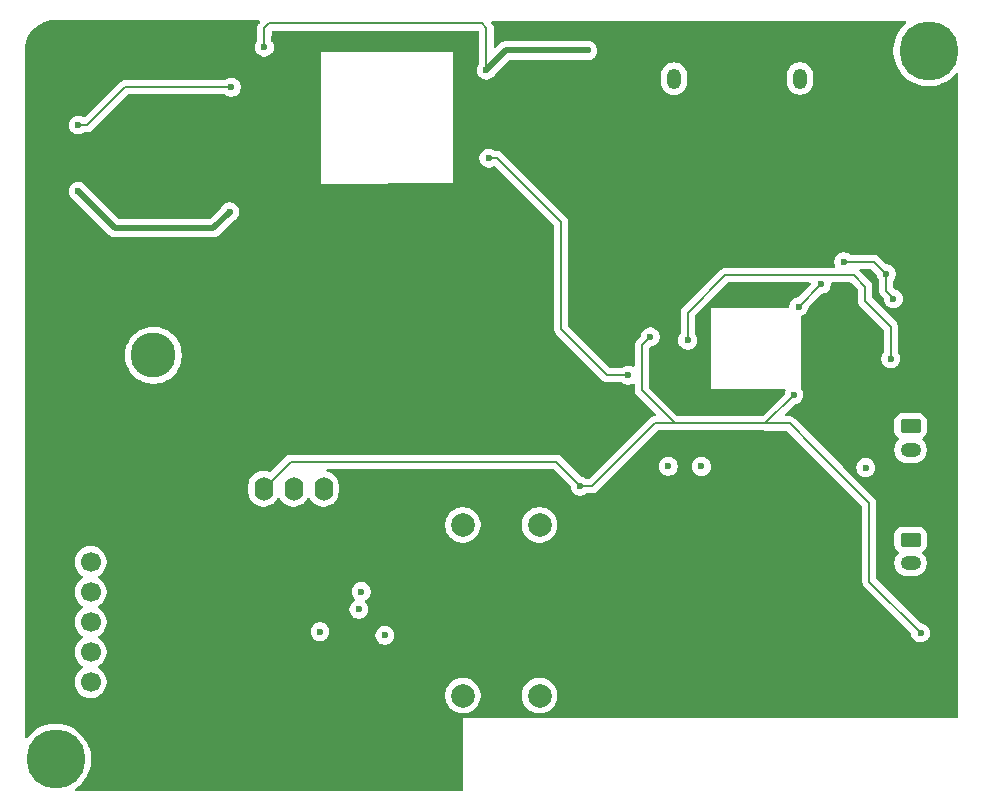
<source format=gbr>
%TF.GenerationSoftware,KiCad,Pcbnew,9.0.4*%
%TF.CreationDate,2025-11-21T04:25:38-05:00*%
%TF.ProjectId,pdb_v2,7064625f-7632-42e6-9b69-6361645f7063,v1*%
%TF.SameCoordinates,Original*%
%TF.FileFunction,Copper,L3,Inr*%
%TF.FilePolarity,Positive*%
%FSLAX46Y46*%
G04 Gerber Fmt 4.6, Leading zero omitted, Abs format (unit mm)*
G04 Created by KiCad (PCBNEW 9.0.4) date 2025-11-21 04:25:38*
%MOMM*%
%LPD*%
G01*
G04 APERTURE LIST*
G04 Aperture macros list*
%AMRoundRect*
0 Rectangle with rounded corners*
0 $1 Rounding radius*
0 $2 $3 $4 $5 $6 $7 $8 $9 X,Y pos of 4 corners*
0 Add a 4 corners polygon primitive as box body*
4,1,4,$2,$3,$4,$5,$6,$7,$8,$9,$2,$3,0*
0 Add four circle primitives for the rounded corners*
1,1,$1+$1,$2,$3*
1,1,$1+$1,$4,$5*
1,1,$1+$1,$6,$7*
1,1,$1+$1,$8,$9*
0 Add four rect primitives between the rounded corners*
20,1,$1+$1,$2,$3,$4,$5,0*
20,1,$1+$1,$4,$5,$6,$7,0*
20,1,$1+$1,$6,$7,$8,$9,0*
20,1,$1+$1,$8,$9,$2,$3,0*%
G04 Aperture macros list end*
%TA.AperFunction,HeatsinkPad*%
%ADD10C,0.600000*%
%TD*%
%TA.AperFunction,ComponentPad*%
%ADD11RoundRect,0.250000X0.350000X0.625000X-0.350000X0.625000X-0.350000X-0.625000X0.350000X-0.625000X0*%
%TD*%
%TA.AperFunction,ComponentPad*%
%ADD12O,1.200000X1.750000*%
%TD*%
%TA.AperFunction,ComponentPad*%
%ADD13O,1.600000X2.000000*%
%TD*%
%TA.AperFunction,ComponentPad*%
%ADD14C,5.000000*%
%TD*%
%TA.AperFunction,ComponentPad*%
%ADD15RoundRect,0.250000X-0.625000X0.350000X-0.625000X-0.350000X0.625000X-0.350000X0.625000X0.350000X0*%
%TD*%
%TA.AperFunction,ComponentPad*%
%ADD16O,1.750000X1.200000*%
%TD*%
%TA.AperFunction,ComponentPad*%
%ADD17C,2.000000*%
%TD*%
%TA.AperFunction,ComponentPad*%
%ADD18RoundRect,0.760000X-1.140000X1.140000X-1.140000X-1.140000X1.140000X-1.140000X1.140000X1.140000X0*%
%TD*%
%TA.AperFunction,ComponentPad*%
%ADD19C,3.800000*%
%TD*%
%TA.AperFunction,ComponentPad*%
%ADD20R,1.700000X1.700000*%
%TD*%
%TA.AperFunction,ComponentPad*%
%ADD21C,1.700000*%
%TD*%
%TA.AperFunction,ViaPad*%
%ADD22C,0.600000*%
%TD*%
%TA.AperFunction,Conductor*%
%ADD23C,0.200000*%
%TD*%
%TA.AperFunction,Conductor*%
%ADD24C,0.530000*%
%TD*%
G04 APERTURE END LIST*
D10*
%TO.N,GND*%
%TO.C,U2*%
X72756795Y-61967500D03*
X72756795Y-63492500D03*
X73519295Y-61205000D03*
X73519295Y-62730000D03*
X73519295Y-64255000D03*
X74281795Y-61967500D03*
X74281795Y-63492500D03*
X75044295Y-61205000D03*
X75044295Y-62730000D03*
X75044295Y-64255000D03*
X75806795Y-61967500D03*
X75806795Y-63492500D03*
%TD*%
D11*
%TO.N,GND*%
%TO.C,J2*%
X69487500Y-17475000D03*
D12*
%TO.N,Net-(D3-A)*%
X67487500Y-17475000D03*
%TD*%
D13*
%TO.N,GND*%
%TO.C,J8*%
X30180000Y-52200000D03*
%TO.N,3V3_BUS*%
X32720000Y-52200000D03*
%TO.N,/OLED SCL*%
X35260000Y-52200000D03*
%TO.N,/OLED SDA*%
X37800000Y-52200000D03*
%TD*%
D14*
%TO.N,unconnected-(H2-Pad1)*%
%TO.C,H2*%
X89044497Y-15100000D03*
%TD*%
%TO.N,unconnected-(H1-Pad1)*%
%TO.C,H1*%
X15110000Y-75100000D03*
%TD*%
D15*
%TO.N,/VESC TX*%
%TO.C,J7*%
X87500000Y-56500000D03*
D16*
%TO.N,/VESC RX*%
X87500000Y-58500000D03*
%TO.N,GND*%
X87500000Y-60500000D03*
%TD*%
D17*
%TO.N,GND*%
%TO.C,SW1*%
X49600000Y-65200000D03*
X56100000Y-65200000D03*
%TO.N,/EN*%
X49600000Y-69700000D03*
X56100000Y-69700000D03*
%TD*%
D18*
%TO.N,GND*%
%TO.C,J1*%
X23400000Y-35900000D03*
D19*
%TO.N,Net-(J1-Pin_2)*%
X23400000Y-40900000D03*
%TD*%
D20*
%TO.N,GND*%
%TO.C,J3*%
X18085000Y-55860000D03*
D21*
%TO.N,3V3_BUS*%
X18085000Y-58400000D03*
%TO.N,/TX*%
X18085000Y-60940000D03*
%TO.N,/RX*%
X18085000Y-63480000D03*
%TO.N,/BOOT*%
X18085000Y-66020000D03*
%TO.N,/EN*%
X18085000Y-68560000D03*
%TD*%
D15*
%TO.N,/BMS TX*%
%TO.C,J6*%
X87500000Y-46900000D03*
D16*
%TO.N,/BMS RX*%
X87500000Y-48900000D03*
%TO.N,GND*%
X87500000Y-50900000D03*
%TD*%
D17*
%TO.N,GND*%
%TO.C,SW2*%
X56100000Y-59750000D03*
X49600000Y-59750000D03*
%TO.N,/BOOT*%
X56100000Y-55250000D03*
X49600000Y-55250000D03*
%TD*%
D11*
%TO.N,GND*%
%TO.C,J5*%
X80137500Y-17465950D03*
D12*
%TO.N,Net-(J5-Pin_2)*%
X78137500Y-17465950D03*
%TD*%
D22*
%TO.N,/OLED SDA*%
X69796162Y-50303838D03*
X67000000Y-50300000D03*
%TO.N,GND*%
X68400000Y-43200000D03*
X16900000Y-46500000D03*
X46900000Y-46500000D03*
X36900000Y-71500000D03*
X16900000Y-31500000D03*
X16900000Y-41500000D03*
X16900000Y-36500000D03*
X16900000Y-71500000D03*
X46900000Y-76500000D03*
X16900000Y-51500000D03*
X21900000Y-16500000D03*
X46900000Y-36500000D03*
X21900000Y-26500000D03*
X26900000Y-51500000D03*
X21900000Y-46500000D03*
X21900000Y-51500000D03*
X46900000Y-56500000D03*
X21900000Y-56500000D03*
X21900000Y-61500000D03*
X41900000Y-46500000D03*
X21900000Y-66500000D03*
X51900000Y-31500000D03*
X21900000Y-71500000D03*
X21900000Y-76500000D03*
X26900000Y-16500000D03*
X26900000Y-26500000D03*
X26900000Y-41500000D03*
X26900000Y-61500000D03*
X26900000Y-66500000D03*
X26900000Y-71500000D03*
X51900000Y-26500000D03*
X26900000Y-76500000D03*
X51900000Y-56500000D03*
X31900000Y-56500000D03*
X31900000Y-61500000D03*
X31900000Y-66500000D03*
X31900000Y-71500000D03*
X31900000Y-76500000D03*
X36900000Y-46500000D03*
X36900000Y-56500000D03*
X36900000Y-61500000D03*
X36900000Y-66500000D03*
X36900000Y-76500000D03*
X41900000Y-51500000D03*
X41900000Y-56500000D03*
X41900000Y-66500000D03*
X41900000Y-71500000D03*
X41900000Y-76500000D03*
X46900000Y-31500000D03*
X46900000Y-41500000D03*
X46900000Y-51500000D03*
X46900000Y-61500000D03*
X46900000Y-71500000D03*
X51900000Y-41500000D03*
X51900000Y-46500000D03*
X51900000Y-51500000D03*
X51900000Y-61500000D03*
X56900000Y-16500000D03*
X56900000Y-21500000D03*
X56900000Y-31500000D03*
X56900000Y-41500000D03*
X56900000Y-46500000D03*
X56900000Y-51500000D03*
X61900000Y-26500000D03*
X61900000Y-36500000D03*
X61900000Y-46500000D03*
X66900000Y-61500000D03*
X66900000Y-66500000D03*
X71900000Y-21500000D03*
X71900000Y-26500000D03*
X71900000Y-66500000D03*
X76900000Y-26500000D03*
X76900000Y-66500000D03*
X81900000Y-46500000D03*
X86900000Y-21500000D03*
X86900000Y-31500000D03*
%TO.N,VBAT*%
X29850000Y-28750000D03*
X17022673Y-27000000D03*
%TO.N,GND*%
X33500000Y-26500000D03*
X21250000Y-20500000D03*
X60700000Y-55719647D03*
X33500000Y-25000000D03*
X33500000Y-29500000D03*
X35000000Y-21000000D03*
X62887500Y-64250000D03*
X64937500Y-29425000D03*
X43325000Y-43100000D03*
X25700000Y-35900000D03*
X79351795Y-50900000D03*
X52300000Y-19300000D03*
X66687500Y-31925000D03*
X38800000Y-43100000D03*
X41127498Y-39872502D03*
X21100000Y-35900000D03*
X24000000Y-22250000D03*
X52350000Y-22150000D03*
X33600000Y-14100000D03*
X86750000Y-69300000D03*
X33500000Y-27750000D03*
X62887500Y-56950000D03*
X16912013Y-16100000D03*
X63187500Y-31925000D03*
X23400000Y-33600000D03*
X60937500Y-19725000D03*
X68300000Y-40900000D03*
X23400000Y-38100000D03*
X21250000Y-24250000D03*
X66900000Y-69700000D03*
X36085750Y-22114250D03*
%TO.N,12V_BUS*%
X68625735Y-39611765D03*
X85837500Y-41175000D03*
X60175000Y-15087500D03*
X63587500Y-42575000D03*
X32800000Y-14800000D03*
X51800000Y-24200000D03*
X51600000Y-16750000D03*
%TO.N,3V3_BUS*%
X79937500Y-34875000D03*
X78037500Y-36775000D03*
X86054167Y-36100000D03*
X85450000Y-34000000D03*
X77637500Y-44234700D03*
X81837500Y-32975000D03*
X65474828Y-39337498D03*
X59526795Y-51975000D03*
X88350000Y-64400000D03*
%TO.N,Net-(U1-EN)*%
X30000000Y-18200000D03*
X17022673Y-21400000D03*
%TO.N,/BOOT*%
X41000000Y-60900000D03*
X37500000Y-64300000D03*
%TO.N,/TX*%
X40800000Y-62400000D03*
X43000000Y-64600000D03*
%TO.N,/BMS TX*%
X83698018Y-50398018D03*
%TO.N,GND*%
X81100000Y-24900000D03*
X77400000Y-24900000D03*
X80037500Y-38475000D03*
X80037500Y-41675000D03*
X81337500Y-17815950D03*
X81287500Y-16615950D03*
X80687500Y-15765950D03*
X69587500Y-15775000D03*
X70437500Y-16525000D03*
X70637500Y-17925000D03*
X42000000Y-30500000D03*
%TD*%
D23*
%TO.N,3V3_BUS*%
X35020000Y-49900000D02*
X32720000Y-52200000D01*
X59526795Y-51926795D02*
X57500000Y-49900000D01*
X57500000Y-49900000D02*
X35020000Y-49900000D01*
X59526795Y-51975000D02*
X59526795Y-51926795D01*
%TO.N,12V_BUS*%
X83650000Y-36287500D02*
X85837500Y-38475000D01*
X83650000Y-35087500D02*
X83650000Y-36287500D01*
X82687500Y-34125000D02*
X83650000Y-35087500D01*
X71787500Y-34125000D02*
X82687500Y-34125000D01*
X68637500Y-37275000D02*
X71787500Y-34125000D01*
X68637500Y-39600000D02*
X68637500Y-37275000D01*
X85837500Y-38475000D02*
X85837500Y-41175000D01*
X68625735Y-39611765D02*
X68637500Y-39600000D01*
%TO.N,3V3_BUS*%
X79937500Y-34875000D02*
X78037500Y-36775000D01*
X85450000Y-35450000D02*
X85450000Y-34000000D01*
X86054167Y-36054167D02*
X85450000Y-35450000D01*
X86054167Y-36100000D02*
X86054167Y-36054167D01*
X64750000Y-43850000D02*
X67550000Y-46650000D01*
X64750000Y-40062326D02*
X64750000Y-43850000D01*
X65474828Y-39337498D02*
X64750000Y-40062326D01*
D24*
%TO.N,VBAT*%
X28466667Y-30133333D02*
X20156006Y-30133333D01*
X20156006Y-30133333D02*
X17022673Y-27000000D01*
X29850000Y-28750000D02*
X28466667Y-30133333D01*
D23*
%TO.N,12V_BUS*%
X57937500Y-29645000D02*
X57937500Y-38699999D01*
X51600000Y-13200000D02*
X51200000Y-12800000D01*
X85837500Y-41175000D02*
X85920833Y-41258333D01*
X51600000Y-16750000D02*
X51600000Y-13200000D01*
X52492500Y-24200000D02*
X51800000Y-24200000D01*
X33200000Y-12800000D02*
X32800000Y-13200000D01*
X32800000Y-13200000D02*
X32800000Y-14800000D01*
X52492500Y-24200000D02*
X57937500Y-29645000D01*
D24*
X53262500Y-15087500D02*
X51600000Y-16750000D01*
D23*
X57937500Y-38699999D02*
X61812501Y-42575000D01*
X51200000Y-12800000D02*
X33200000Y-12800000D01*
D24*
X53262500Y-15087500D02*
X60175000Y-15087500D01*
D23*
X61812501Y-42575000D02*
X63587500Y-42575000D01*
%TO.N,3V3_BUS*%
X60525000Y-51975000D02*
X65850000Y-46650000D01*
X77264469Y-46664469D02*
X75207731Y-46664469D01*
X79350000Y-48750000D02*
X84001795Y-53401795D01*
X75207731Y-46664469D02*
X75193262Y-46650000D01*
X79350000Y-48750000D02*
X77264469Y-46664469D01*
X65850000Y-46650000D02*
X67550000Y-46650000D01*
X84375000Y-32975000D02*
X81837500Y-32975000D01*
X85400000Y-34000000D02*
X84375000Y-32975000D01*
X84001795Y-60051795D02*
X88350000Y-64400000D01*
X75193262Y-46650000D02*
X67550000Y-46650000D01*
X75207731Y-46664469D02*
X77637500Y-44234700D01*
X85450000Y-34000000D02*
X85400000Y-34000000D01*
X84001795Y-53401795D02*
X84001795Y-60051795D01*
X59501795Y-52000000D02*
X59526795Y-51975000D01*
X59526795Y-51975000D02*
X60525000Y-51975000D01*
%TO.N,Net-(U1-EN)*%
X17800000Y-21400000D02*
X17022673Y-21400000D01*
X30000000Y-18200000D02*
X21000000Y-18200000D01*
X21000000Y-18200000D02*
X17800000Y-21400000D01*
%TD*%
%TA.AperFunction,Conductor*%
%TO.N,GND*%
G36*
X32313656Y-12537862D02*
G01*
X32329511Y-12542534D01*
X32346038Y-12542197D01*
X32362331Y-12552204D01*
X32380675Y-12557609D01*
X32391489Y-12570112D01*
X32405575Y-12578764D01*
X32413871Y-12595991D01*
X32426381Y-12610455D01*
X32428718Y-12626820D01*
X32435891Y-12641714D01*
X32433556Y-12660693D01*
X32436260Y-12679623D01*
X32429379Y-12694653D01*
X32427361Y-12711061D01*
X32408890Y-12741135D01*
X32405245Y-12745518D01*
X32319480Y-12831284D01*
X32291898Y-12879058D01*
X32286617Y-12888204D01*
X32286616Y-12888206D01*
X32240426Y-12968209D01*
X32240423Y-12968215D01*
X32199499Y-13120943D01*
X32199499Y-13120945D01*
X32199499Y-13289046D01*
X32199500Y-13289059D01*
X32199500Y-14220234D01*
X32179815Y-14287273D01*
X32178602Y-14289125D01*
X32090609Y-14420814D01*
X32090602Y-14420827D01*
X32030264Y-14566498D01*
X32030261Y-14566510D01*
X31999500Y-14721153D01*
X31999500Y-14878846D01*
X32030261Y-15033489D01*
X32030264Y-15033501D01*
X32090602Y-15179172D01*
X32090609Y-15179185D01*
X32178210Y-15310288D01*
X32178213Y-15310292D01*
X32289707Y-15421786D01*
X32289711Y-15421789D01*
X32420814Y-15509390D01*
X32420827Y-15509397D01*
X32566498Y-15569735D01*
X32566503Y-15569737D01*
X32707524Y-15597788D01*
X32721153Y-15600499D01*
X32721156Y-15600500D01*
X32721158Y-15600500D01*
X32878844Y-15600500D01*
X32878845Y-15600499D01*
X33033497Y-15569737D01*
X33179179Y-15509394D01*
X33310289Y-15421789D01*
X33421789Y-15310289D01*
X33509394Y-15179179D01*
X33514710Y-15166346D01*
X33541700Y-15101186D01*
X33569735Y-15033501D01*
X33569737Y-15033497D01*
X33600500Y-14878842D01*
X33600500Y-14721158D01*
X33600500Y-14721155D01*
X33600499Y-14721153D01*
X33569738Y-14566510D01*
X33569737Y-14566503D01*
X33545119Y-14507070D01*
X33509397Y-14420827D01*
X33509390Y-14420814D01*
X33421398Y-14289125D01*
X33400520Y-14222447D01*
X33400500Y-14220234D01*
X33400500Y-13524500D01*
X33420185Y-13457461D01*
X33472989Y-13411706D01*
X33524500Y-13400500D01*
X50875500Y-13400500D01*
X50942539Y-13420185D01*
X50988294Y-13472989D01*
X50999500Y-13524500D01*
X50999500Y-16170234D01*
X50979815Y-16237273D01*
X50978602Y-16239125D01*
X50890609Y-16370814D01*
X50890602Y-16370827D01*
X50830264Y-16516498D01*
X50830261Y-16516510D01*
X50799500Y-16671153D01*
X50799500Y-16828846D01*
X50830261Y-16983489D01*
X50830264Y-16983501D01*
X50890602Y-17129172D01*
X50890609Y-17129185D01*
X50978210Y-17260288D01*
X50978213Y-17260292D01*
X51089707Y-17371786D01*
X51089711Y-17371789D01*
X51220814Y-17459390D01*
X51220827Y-17459397D01*
X51296181Y-17490609D01*
X51366503Y-17519737D01*
X51521153Y-17550499D01*
X51521156Y-17550500D01*
X51521158Y-17550500D01*
X51678844Y-17550500D01*
X51678845Y-17550499D01*
X51833497Y-17519737D01*
X51979179Y-17459394D01*
X52110289Y-17371789D01*
X52221789Y-17260289D01*
X52309394Y-17129179D01*
X52312780Y-17124112D01*
X52313393Y-17124521D01*
X52321726Y-17113389D01*
X66387000Y-17113389D01*
X66387000Y-17836610D01*
X66412664Y-17998651D01*
X66414098Y-18007701D01*
X66467627Y-18172445D01*
X66546268Y-18326788D01*
X66648086Y-18466928D01*
X66770572Y-18589414D01*
X66910712Y-18691232D01*
X67065055Y-18769873D01*
X67229799Y-18823402D01*
X67400889Y-18850500D01*
X67400890Y-18850500D01*
X67574110Y-18850500D01*
X67574111Y-18850500D01*
X67745201Y-18823402D01*
X67909945Y-18769873D01*
X68064288Y-18691232D01*
X68204428Y-18589414D01*
X68326914Y-18466928D01*
X68428732Y-18326788D01*
X68507373Y-18172445D01*
X68560902Y-18007701D01*
X68588000Y-17836611D01*
X68588000Y-17113389D01*
X68586567Y-17104339D01*
X77037000Y-17104339D01*
X77037000Y-17827561D01*
X77044746Y-17876467D01*
X77062375Y-17987776D01*
X77064098Y-17998651D01*
X77117627Y-18163395D01*
X77196268Y-18317738D01*
X77298086Y-18457878D01*
X77420572Y-18580364D01*
X77560712Y-18682182D01*
X77715055Y-18760823D01*
X77879799Y-18814352D01*
X78050889Y-18841450D01*
X78050890Y-18841450D01*
X78224110Y-18841450D01*
X78224111Y-18841450D01*
X78395201Y-18814352D01*
X78559945Y-18760823D01*
X78714288Y-18682182D01*
X78854428Y-18580364D01*
X78976914Y-18457878D01*
X79078732Y-18317738D01*
X79157373Y-18163395D01*
X79210902Y-17998651D01*
X79238000Y-17827561D01*
X79238000Y-17104339D01*
X79210902Y-16933249D01*
X79157373Y-16768505D01*
X79078732Y-16614162D01*
X78976914Y-16474022D01*
X78854428Y-16351536D01*
X78714288Y-16249718D01*
X78559945Y-16171077D01*
X78395201Y-16117548D01*
X78395199Y-16117547D01*
X78395198Y-16117547D01*
X78263771Y-16096731D01*
X78224111Y-16090450D01*
X78050889Y-16090450D01*
X78011228Y-16096731D01*
X77879802Y-16117547D01*
X77879799Y-16117548D01*
X77717650Y-16170234D01*
X77715052Y-16171078D01*
X77560711Y-16249718D01*
X77480756Y-16307809D01*
X77420572Y-16351536D01*
X77420570Y-16351538D01*
X77420569Y-16351538D01*
X77298088Y-16474019D01*
X77298088Y-16474020D01*
X77298086Y-16474022D01*
X77291511Y-16483072D01*
X77196268Y-16614161D01*
X77117628Y-16768502D01*
X77064097Y-16933252D01*
X77047852Y-17035821D01*
X77037000Y-17104339D01*
X68586567Y-17104339D01*
X68560902Y-16942299D01*
X68507373Y-16777555D01*
X68428732Y-16623212D01*
X68326914Y-16483072D01*
X68204428Y-16360586D01*
X68064288Y-16258768D01*
X67909945Y-16180127D01*
X67745201Y-16126598D01*
X67745199Y-16126597D01*
X67745198Y-16126597D01*
X67613771Y-16105781D01*
X67574111Y-16099500D01*
X67400889Y-16099500D01*
X67361228Y-16105781D01*
X67229802Y-16126597D01*
X67065052Y-16180128D01*
X66910711Y-16258768D01*
X66830756Y-16316859D01*
X66770572Y-16360586D01*
X66770570Y-16360588D01*
X66770569Y-16360588D01*
X66648088Y-16483069D01*
X66648088Y-16483070D01*
X66648086Y-16483072D01*
X66623801Y-16516498D01*
X66546268Y-16623211D01*
X66467628Y-16777552D01*
X66414097Y-16942302D01*
X66387000Y-17113389D01*
X52321726Y-17113389D01*
X52329279Y-17103300D01*
X53543262Y-15889319D01*
X53604585Y-15855834D01*
X53630943Y-15853000D01*
X59909142Y-15853000D01*
X59935360Y-15856890D01*
X59935528Y-15856049D01*
X60096153Y-15887999D01*
X60096156Y-15888000D01*
X60096158Y-15888000D01*
X60253844Y-15888000D01*
X60253845Y-15887999D01*
X60408497Y-15857237D01*
X60554179Y-15796894D01*
X60685289Y-15709289D01*
X60796789Y-15597789D01*
X60884394Y-15466679D01*
X60944737Y-15320997D01*
X60975500Y-15166342D01*
X60975500Y-15008658D01*
X60975500Y-15008655D01*
X60975499Y-15008653D01*
X60960150Y-14931491D01*
X60944737Y-14854003D01*
X60908930Y-14767556D01*
X60884397Y-14708327D01*
X60884390Y-14708314D01*
X60796789Y-14577211D01*
X60796786Y-14577207D01*
X60685292Y-14465713D01*
X60685288Y-14465710D01*
X60554185Y-14378109D01*
X60554172Y-14378102D01*
X60408501Y-14317764D01*
X60408489Y-14317761D01*
X60253845Y-14287000D01*
X60253842Y-14287000D01*
X60096158Y-14287000D01*
X60096155Y-14287000D01*
X59935528Y-14318951D01*
X59935360Y-14318109D01*
X59909142Y-14322000D01*
X53187103Y-14322000D01*
X53039217Y-14351416D01*
X53039211Y-14351418D01*
X52899897Y-14409123D01*
X52774523Y-14492895D01*
X52774516Y-14492901D01*
X52412181Y-14855237D01*
X52350858Y-14888722D01*
X52281166Y-14883738D01*
X52225233Y-14841866D01*
X52200816Y-14776402D01*
X52200500Y-14767556D01*
X52200500Y-13120945D01*
X52200500Y-13120943D01*
X52159577Y-12968216D01*
X52096622Y-12859173D01*
X52080524Y-12831290D01*
X52080518Y-12831282D01*
X52017141Y-12767905D01*
X51983656Y-12706582D01*
X51988640Y-12636890D01*
X52030512Y-12580957D01*
X52095976Y-12556540D01*
X52104934Y-12556224D01*
X87026981Y-12588622D01*
X87093999Y-12608369D01*
X87139705Y-12661215D01*
X87149584Y-12730383D01*
X87120501Y-12793912D01*
X87104177Y-12809568D01*
X87041975Y-12859173D01*
X86803671Y-13097477D01*
X86593550Y-13360962D01*
X86414249Y-13646316D01*
X86268029Y-13949945D01*
X86156724Y-14268034D01*
X86156720Y-14268046D01*
X86081730Y-14596602D01*
X86081728Y-14596618D01*
X86043997Y-14931491D01*
X86043997Y-15268508D01*
X86081728Y-15603381D01*
X86081730Y-15603397D01*
X86156720Y-15931953D01*
X86156724Y-15931965D01*
X86268029Y-16250054D01*
X86414249Y-16553683D01*
X86414251Y-16553686D01*
X86593551Y-16839039D01*
X86724567Y-17003328D01*
X86803669Y-17102520D01*
X86803672Y-17102523D01*
X87041974Y-17340825D01*
X87305458Y-17550946D01*
X87590811Y-17730246D01*
X87894446Y-17876469D01*
X88133345Y-17960063D01*
X88212531Y-17987772D01*
X88212543Y-17987776D01*
X88541103Y-18062767D01*
X88875989Y-18100499D01*
X88875990Y-18100500D01*
X88875993Y-18100500D01*
X89213004Y-18100500D01*
X89213004Y-18100499D01*
X89547891Y-18062767D01*
X89876451Y-17987776D01*
X90194548Y-17876469D01*
X90498183Y-17730246D01*
X90783536Y-17550946D01*
X91047020Y-17340825D01*
X91285322Y-17102523D01*
X91332417Y-17043467D01*
X91389602Y-17003328D01*
X91459414Y-17000476D01*
X91519684Y-17035821D01*
X91551279Y-17098139D01*
X91553363Y-17120764D01*
X91557209Y-46104892D01*
X91560539Y-71200500D01*
X91560579Y-71495984D01*
X91540903Y-71563026D01*
X91488105Y-71608788D01*
X91436579Y-71620000D01*
X49601795Y-71620000D01*
X49601795Y-77700568D01*
X49582110Y-77767607D01*
X49529306Y-77813362D01*
X49477705Y-77824568D01*
X16881615Y-77800867D01*
X16814590Y-77781134D01*
X16768873Y-77728296D01*
X16758980Y-77659131D01*
X16788051Y-77595596D01*
X16815729Y-77571875D01*
X16849039Y-77550946D01*
X17112523Y-77340825D01*
X17350825Y-77102523D01*
X17560946Y-76839039D01*
X17740246Y-76553686D01*
X17886469Y-76250051D01*
X17997776Y-75931954D01*
X18072767Y-75603394D01*
X18110500Y-75268504D01*
X18110500Y-74931496D01*
X18072767Y-74596606D01*
X17997776Y-74268046D01*
X17886469Y-73949949D01*
X17740246Y-73646314D01*
X17560946Y-73360961D01*
X17350825Y-73097477D01*
X17112523Y-72859175D01*
X16849039Y-72649054D01*
X16563686Y-72469754D01*
X16563683Y-72469752D01*
X16260054Y-72323532D01*
X15941965Y-72212227D01*
X15941953Y-72212223D01*
X15613397Y-72137233D01*
X15613381Y-72137231D01*
X15278508Y-72099500D01*
X15278504Y-72099500D01*
X14941496Y-72099500D01*
X14941491Y-72099500D01*
X14606618Y-72137231D01*
X14606602Y-72137233D01*
X14278046Y-72212223D01*
X14278034Y-72212227D01*
X13959945Y-72323532D01*
X13656316Y-72469752D01*
X13370962Y-72649053D01*
X13107477Y-72859174D01*
X12869174Y-73097477D01*
X12713402Y-73292809D01*
X12656213Y-73332949D01*
X12586402Y-73335799D01*
X12526132Y-73300453D01*
X12494539Y-73238134D01*
X12492455Y-73215441D01*
X12500000Y-58293713D01*
X16734500Y-58293713D01*
X16734500Y-58506287D01*
X16767754Y-58716243D01*
X16781223Y-58757697D01*
X16833444Y-58918414D01*
X16929951Y-59107820D01*
X17054890Y-59279786D01*
X17205213Y-59430109D01*
X17377182Y-59555050D01*
X17385946Y-59559516D01*
X17436742Y-59607491D01*
X17453536Y-59675312D01*
X17430998Y-59741447D01*
X17385946Y-59780484D01*
X17377182Y-59784949D01*
X17205213Y-59909890D01*
X17054890Y-60060213D01*
X16929951Y-60232179D01*
X16833444Y-60421585D01*
X16767753Y-60623760D01*
X16734500Y-60833713D01*
X16734500Y-61046286D01*
X16748311Y-61133489D01*
X16767754Y-61256243D01*
X16817806Y-61410288D01*
X16833444Y-61458414D01*
X16929951Y-61647820D01*
X17054890Y-61819786D01*
X17205213Y-61970109D01*
X17377182Y-62095050D01*
X17385946Y-62099516D01*
X17436742Y-62147491D01*
X17453536Y-62215312D01*
X17430998Y-62281447D01*
X17385946Y-62320484D01*
X17377182Y-62324949D01*
X17205213Y-62449890D01*
X17054890Y-62600213D01*
X16929951Y-62772179D01*
X16833444Y-62961585D01*
X16767753Y-63163760D01*
X16761934Y-63200500D01*
X16734500Y-63373713D01*
X16734500Y-63586287D01*
X16735184Y-63590606D01*
X16766718Y-63789707D01*
X16767754Y-63796243D01*
X16826879Y-63978211D01*
X16833444Y-63998414D01*
X16929951Y-64187820D01*
X17054890Y-64359786D01*
X17205213Y-64510109D01*
X17377182Y-64635050D01*
X17385946Y-64639516D01*
X17436742Y-64687491D01*
X17453536Y-64755312D01*
X17430998Y-64821447D01*
X17385946Y-64860484D01*
X17377182Y-64864949D01*
X17205213Y-64989890D01*
X17054890Y-65140213D01*
X16929951Y-65312179D01*
X16833444Y-65501585D01*
X16767753Y-65703760D01*
X16734500Y-65913713D01*
X16734500Y-66126286D01*
X16767753Y-66336239D01*
X16833444Y-66538414D01*
X16929951Y-66727820D01*
X17054890Y-66899786D01*
X17205213Y-67050109D01*
X17377182Y-67175050D01*
X17385946Y-67179516D01*
X17436742Y-67227491D01*
X17453536Y-67295312D01*
X17430998Y-67361447D01*
X17385946Y-67400484D01*
X17377182Y-67404949D01*
X17205213Y-67529890D01*
X17054890Y-67680213D01*
X16929951Y-67852179D01*
X16833444Y-68041585D01*
X16767753Y-68243760D01*
X16757352Y-68309432D01*
X16734500Y-68453713D01*
X16734500Y-68666287D01*
X16767754Y-68876243D01*
X16779881Y-68913567D01*
X16833444Y-69078414D01*
X16929951Y-69267820D01*
X17054890Y-69439786D01*
X17205213Y-69590109D01*
X17377179Y-69715048D01*
X17377181Y-69715049D01*
X17377184Y-69715051D01*
X17566588Y-69811557D01*
X17768757Y-69877246D01*
X17978713Y-69910500D01*
X17978714Y-69910500D01*
X18191286Y-69910500D01*
X18191287Y-69910500D01*
X18401243Y-69877246D01*
X18603412Y-69811557D01*
X18792816Y-69715051D01*
X18814789Y-69699086D01*
X18964786Y-69590109D01*
X18964788Y-69590106D01*
X18964792Y-69590104D01*
X18972994Y-69581902D01*
X48099500Y-69581902D01*
X48099500Y-69818097D01*
X48136446Y-70051368D01*
X48209433Y-70275996D01*
X48316657Y-70486433D01*
X48455483Y-70677510D01*
X48622490Y-70844517D01*
X48813567Y-70983343D01*
X48912991Y-71034002D01*
X49024003Y-71090566D01*
X49024005Y-71090566D01*
X49024008Y-71090568D01*
X49144412Y-71129689D01*
X49248631Y-71163553D01*
X49481903Y-71200500D01*
X49481908Y-71200500D01*
X49718097Y-71200500D01*
X49951368Y-71163553D01*
X50175992Y-71090568D01*
X50386433Y-70983343D01*
X50577510Y-70844517D01*
X50744517Y-70677510D01*
X50883343Y-70486433D01*
X50990568Y-70275992D01*
X51063553Y-70051368D01*
X51100500Y-69818097D01*
X51100500Y-69581902D01*
X54599500Y-69581902D01*
X54599500Y-69818097D01*
X54636446Y-70051368D01*
X54709433Y-70275996D01*
X54816657Y-70486433D01*
X54955483Y-70677510D01*
X55122490Y-70844517D01*
X55313567Y-70983343D01*
X55412991Y-71034002D01*
X55524003Y-71090566D01*
X55524005Y-71090566D01*
X55524008Y-71090568D01*
X55644412Y-71129689D01*
X55748631Y-71163553D01*
X55981903Y-71200500D01*
X55981908Y-71200500D01*
X56218097Y-71200500D01*
X56451368Y-71163553D01*
X56675992Y-71090568D01*
X56886433Y-70983343D01*
X57077510Y-70844517D01*
X57244517Y-70677510D01*
X57383343Y-70486433D01*
X57490568Y-70275992D01*
X57563553Y-70051368D01*
X57600500Y-69818097D01*
X57600500Y-69581902D01*
X57563553Y-69348631D01*
X57490566Y-69124003D01*
X57383342Y-68913566D01*
X57356225Y-68876243D01*
X57244517Y-68722490D01*
X57077510Y-68555483D01*
X56886433Y-68416657D01*
X56675996Y-68309433D01*
X56451368Y-68236446D01*
X56218097Y-68199500D01*
X56218092Y-68199500D01*
X55981908Y-68199500D01*
X55981903Y-68199500D01*
X55748631Y-68236446D01*
X55524003Y-68309433D01*
X55313566Y-68416657D01*
X55204550Y-68495862D01*
X55122490Y-68555483D01*
X55122488Y-68555485D01*
X55122487Y-68555485D01*
X54955485Y-68722487D01*
X54955485Y-68722488D01*
X54955483Y-68722490D01*
X54895862Y-68804550D01*
X54816657Y-68913566D01*
X54709433Y-69124003D01*
X54636446Y-69348631D01*
X54599500Y-69581902D01*
X51100500Y-69581902D01*
X51063553Y-69348631D01*
X50990566Y-69124003D01*
X50883342Y-68913566D01*
X50856225Y-68876243D01*
X50744517Y-68722490D01*
X50577510Y-68555483D01*
X50386433Y-68416657D01*
X50175996Y-68309433D01*
X49951368Y-68236446D01*
X49718097Y-68199500D01*
X49718092Y-68199500D01*
X49481908Y-68199500D01*
X49481903Y-68199500D01*
X49248631Y-68236446D01*
X49024003Y-68309433D01*
X48813566Y-68416657D01*
X48704550Y-68495862D01*
X48622490Y-68555483D01*
X48622488Y-68555485D01*
X48622487Y-68555485D01*
X48455485Y-68722487D01*
X48455485Y-68722488D01*
X48455483Y-68722490D01*
X48395862Y-68804550D01*
X48316657Y-68913566D01*
X48209433Y-69124003D01*
X48136446Y-69348631D01*
X48099500Y-69581902D01*
X18972994Y-69581902D01*
X19115104Y-69439792D01*
X19115106Y-69439788D01*
X19115109Y-69439786D01*
X19240048Y-69267820D01*
X19240047Y-69267820D01*
X19240051Y-69267816D01*
X19336557Y-69078412D01*
X19402246Y-68876243D01*
X19435500Y-68666287D01*
X19435500Y-68453713D01*
X19402246Y-68243757D01*
X19336557Y-68041588D01*
X19240051Y-67852184D01*
X19240049Y-67852181D01*
X19240048Y-67852179D01*
X19115109Y-67680213D01*
X18964786Y-67529890D01*
X18792820Y-67404951D01*
X18792115Y-67404591D01*
X18784054Y-67400485D01*
X18733259Y-67352512D01*
X18716463Y-67284692D01*
X18738999Y-67218556D01*
X18784054Y-67179515D01*
X18792816Y-67175051D01*
X18814789Y-67159086D01*
X18964786Y-67050109D01*
X18964788Y-67050106D01*
X18964792Y-67050104D01*
X19115104Y-66899792D01*
X19115106Y-66899788D01*
X19115109Y-66899786D01*
X19240048Y-66727820D01*
X19240047Y-66727820D01*
X19240051Y-66727816D01*
X19336557Y-66538412D01*
X19402246Y-66336243D01*
X19435500Y-66126287D01*
X19435500Y-65913713D01*
X19402246Y-65703757D01*
X19336557Y-65501588D01*
X19240051Y-65312184D01*
X19240049Y-65312181D01*
X19240048Y-65312179D01*
X19115109Y-65140213D01*
X18964786Y-64989890D01*
X18792820Y-64864951D01*
X18792115Y-64864591D01*
X18784054Y-64860485D01*
X18733259Y-64812512D01*
X18716463Y-64744692D01*
X18738999Y-64678556D01*
X18784054Y-64639515D01*
X18792816Y-64635051D01*
X18932589Y-64533501D01*
X18964786Y-64510109D01*
X18964788Y-64510106D01*
X18964792Y-64510104D01*
X19115104Y-64359792D01*
X19115106Y-64359788D01*
X19115109Y-64359786D01*
X19215830Y-64221153D01*
X36699500Y-64221153D01*
X36699500Y-64378846D01*
X36730261Y-64533489D01*
X36730264Y-64533501D01*
X36790602Y-64679172D01*
X36790609Y-64679185D01*
X36878210Y-64810288D01*
X36878213Y-64810292D01*
X36989707Y-64921786D01*
X36989711Y-64921789D01*
X37120814Y-65009390D01*
X37120827Y-65009397D01*
X37266498Y-65069735D01*
X37266503Y-65069737D01*
X37421153Y-65100499D01*
X37421156Y-65100500D01*
X37421158Y-65100500D01*
X37578844Y-65100500D01*
X37578845Y-65100499D01*
X37733497Y-65069737D01*
X37879179Y-65009394D01*
X38010289Y-64921789D01*
X38121789Y-64810289D01*
X38209394Y-64679179D01*
X38269737Y-64533497D01*
X38272192Y-64521153D01*
X42199500Y-64521153D01*
X42199500Y-64678846D01*
X42230261Y-64833489D01*
X42230264Y-64833501D01*
X42290602Y-64979172D01*
X42290609Y-64979185D01*
X42378210Y-65110288D01*
X42378213Y-65110292D01*
X42489707Y-65221786D01*
X42489711Y-65221789D01*
X42620814Y-65309390D01*
X42620827Y-65309397D01*
X42766498Y-65369735D01*
X42766503Y-65369737D01*
X42921153Y-65400499D01*
X42921156Y-65400500D01*
X42921158Y-65400500D01*
X43078844Y-65400500D01*
X43078845Y-65400499D01*
X43233497Y-65369737D01*
X43372443Y-65312184D01*
X43379172Y-65309397D01*
X43379172Y-65309396D01*
X43379179Y-65309394D01*
X43510289Y-65221789D01*
X43621789Y-65110289D01*
X43709394Y-64979179D01*
X43769737Y-64833497D01*
X43800500Y-64678842D01*
X43800500Y-64521158D01*
X43800500Y-64521155D01*
X43800499Y-64521153D01*
X43794476Y-64490873D01*
X43769737Y-64366503D01*
X43750955Y-64321158D01*
X43709397Y-64220827D01*
X43709390Y-64220814D01*
X43621789Y-64089711D01*
X43621786Y-64089707D01*
X43510292Y-63978213D01*
X43510288Y-63978210D01*
X43379185Y-63890609D01*
X43379172Y-63890602D01*
X43233501Y-63830264D01*
X43233489Y-63830261D01*
X43078845Y-63799500D01*
X43078842Y-63799500D01*
X42921158Y-63799500D01*
X42921155Y-63799500D01*
X42766510Y-63830261D01*
X42766498Y-63830264D01*
X42620827Y-63890602D01*
X42620814Y-63890609D01*
X42489711Y-63978210D01*
X42489707Y-63978213D01*
X42378213Y-64089707D01*
X42378210Y-64089711D01*
X42290609Y-64220814D01*
X42290602Y-64220827D01*
X42230264Y-64366498D01*
X42230261Y-64366510D01*
X42199500Y-64521153D01*
X38272192Y-64521153D01*
X38274390Y-64510104D01*
X38278216Y-64490874D01*
X38278216Y-64490873D01*
X38300499Y-64378846D01*
X38300500Y-64378844D01*
X38300500Y-64221155D01*
X38300499Y-64221153D01*
X38274353Y-64089711D01*
X38269737Y-64066503D01*
X38241533Y-63998412D01*
X38209397Y-63920827D01*
X38209390Y-63920814D01*
X38121789Y-63789711D01*
X38121786Y-63789707D01*
X38010292Y-63678213D01*
X38010288Y-63678210D01*
X37879185Y-63590609D01*
X37879172Y-63590602D01*
X37733501Y-63530264D01*
X37733489Y-63530261D01*
X37578845Y-63499500D01*
X37578842Y-63499500D01*
X37421158Y-63499500D01*
X37421155Y-63499500D01*
X37266510Y-63530261D01*
X37266498Y-63530264D01*
X37120827Y-63590602D01*
X37120814Y-63590609D01*
X36989711Y-63678210D01*
X36989707Y-63678213D01*
X36878213Y-63789707D01*
X36878210Y-63789711D01*
X36790609Y-63920814D01*
X36790602Y-63920827D01*
X36730264Y-64066498D01*
X36730261Y-64066510D01*
X36699500Y-64221153D01*
X19215830Y-64221153D01*
X19240048Y-64187820D01*
X19240047Y-64187820D01*
X19240051Y-64187816D01*
X19336557Y-63998412D01*
X19402246Y-63796243D01*
X19435500Y-63586287D01*
X19435500Y-63373713D01*
X19402246Y-63163757D01*
X19336557Y-62961588D01*
X19240051Y-62772184D01*
X19240049Y-62772181D01*
X19240048Y-62772179D01*
X19115109Y-62600213D01*
X18964792Y-62449896D01*
X18964784Y-62449890D01*
X18792816Y-62324949D01*
X18785366Y-62321153D01*
X39999500Y-62321153D01*
X39999500Y-62478846D01*
X40030261Y-62633489D01*
X40030264Y-62633501D01*
X40090602Y-62779172D01*
X40090609Y-62779185D01*
X40178210Y-62910288D01*
X40178213Y-62910292D01*
X40289707Y-63021786D01*
X40289711Y-63021789D01*
X40420814Y-63109390D01*
X40420827Y-63109397D01*
X40552066Y-63163757D01*
X40566503Y-63169737D01*
X40721153Y-63200499D01*
X40721156Y-63200500D01*
X40721158Y-63200500D01*
X40878844Y-63200500D01*
X40878845Y-63200499D01*
X41033497Y-63169737D01*
X41179179Y-63109394D01*
X41310289Y-63021789D01*
X41421789Y-62910289D01*
X41509394Y-62779179D01*
X41512294Y-62772179D01*
X41569735Y-62633501D01*
X41569737Y-62633497D01*
X41600500Y-62478842D01*
X41600500Y-62321158D01*
X41600500Y-62321155D01*
X41600499Y-62321153D01*
X41587722Y-62256918D01*
X41569737Y-62166503D01*
X41569735Y-62166498D01*
X41509397Y-62020827D01*
X41509390Y-62020814D01*
X41421789Y-61889711D01*
X41421786Y-61889707D01*
X41342319Y-61810240D01*
X41308834Y-61748917D01*
X41313818Y-61679225D01*
X41355690Y-61623292D01*
X41374102Y-61612812D01*
X41373809Y-61612264D01*
X41379172Y-61609396D01*
X41379179Y-61609394D01*
X41510289Y-61521789D01*
X41621789Y-61410289D01*
X41709394Y-61279179D01*
X41769737Y-61133497D01*
X41800500Y-60978842D01*
X41800500Y-60821158D01*
X41800500Y-60821155D01*
X41800499Y-60821153D01*
X41769738Y-60666510D01*
X41769737Y-60666503D01*
X41769735Y-60666498D01*
X41709397Y-60520827D01*
X41709390Y-60520814D01*
X41621789Y-60389711D01*
X41621786Y-60389707D01*
X41510292Y-60278213D01*
X41510288Y-60278210D01*
X41379185Y-60190609D01*
X41379172Y-60190602D01*
X41233501Y-60130264D01*
X41233489Y-60130261D01*
X41078845Y-60099500D01*
X41078842Y-60099500D01*
X40921158Y-60099500D01*
X40921155Y-60099500D01*
X40766510Y-60130261D01*
X40766498Y-60130264D01*
X40620827Y-60190602D01*
X40620814Y-60190609D01*
X40489711Y-60278210D01*
X40489707Y-60278213D01*
X40378213Y-60389707D01*
X40378210Y-60389711D01*
X40290609Y-60520814D01*
X40290602Y-60520827D01*
X40230264Y-60666498D01*
X40230261Y-60666510D01*
X40199500Y-60821153D01*
X40199500Y-60978846D01*
X40230261Y-61133489D01*
X40230264Y-61133501D01*
X40290602Y-61279172D01*
X40290609Y-61279185D01*
X40378210Y-61410288D01*
X40378213Y-61410292D01*
X40457680Y-61489759D01*
X40491165Y-61551082D01*
X40486181Y-61620774D01*
X40444309Y-61676707D01*
X40425899Y-61687191D01*
X40426191Y-61687736D01*
X40420814Y-61690609D01*
X40289711Y-61778210D01*
X40289707Y-61778213D01*
X40178213Y-61889707D01*
X40178210Y-61889711D01*
X40090609Y-62020814D01*
X40090602Y-62020827D01*
X40030264Y-62166498D01*
X40030261Y-62166510D01*
X39999500Y-62321153D01*
X18785366Y-62321153D01*
X18776290Y-62316529D01*
X18769155Y-62311525D01*
X18752579Y-62290758D01*
X18733259Y-62272512D01*
X18731119Y-62263873D01*
X18725568Y-62256918D01*
X18722850Y-62230484D01*
X18716463Y-62204692D01*
X18719333Y-62196268D01*
X18718423Y-62187414D01*
X18730428Y-62163706D01*
X18738999Y-62138556D01*
X18746423Y-62132122D01*
X18749989Y-62125082D01*
X18764127Y-62116782D01*
X18784054Y-62099515D01*
X18792816Y-62095051D01*
X18814789Y-62079086D01*
X18964786Y-61970109D01*
X18964788Y-61970106D01*
X18964792Y-61970104D01*
X19115104Y-61819792D01*
X19115106Y-61819788D01*
X19115109Y-61819786D01*
X19240048Y-61647820D01*
X19240047Y-61647820D01*
X19240051Y-61647816D01*
X19336557Y-61458412D01*
X19402246Y-61256243D01*
X19435500Y-61046287D01*
X19435500Y-60833713D01*
X19402246Y-60623757D01*
X19336557Y-60421588D01*
X19240051Y-60232184D01*
X19240049Y-60232181D01*
X19240048Y-60232179D01*
X19115109Y-60060213D01*
X18964786Y-59909890D01*
X18792820Y-59784951D01*
X18792115Y-59784591D01*
X18784054Y-59780485D01*
X18733259Y-59732512D01*
X18716463Y-59664692D01*
X18738999Y-59598556D01*
X18784054Y-59559515D01*
X18792816Y-59555051D01*
X18841235Y-59519873D01*
X18964786Y-59430109D01*
X18964788Y-59430106D01*
X18964792Y-59430104D01*
X19115104Y-59279792D01*
X19115106Y-59279788D01*
X19115109Y-59279786D01*
X19240048Y-59107820D01*
X19240047Y-59107820D01*
X19240051Y-59107816D01*
X19336557Y-58918412D01*
X19402246Y-58716243D01*
X19435500Y-58506287D01*
X19435500Y-58293713D01*
X19402246Y-58083757D01*
X19336557Y-57881588D01*
X19240051Y-57692184D01*
X19240049Y-57692181D01*
X19240048Y-57692179D01*
X19115109Y-57520213D01*
X18964786Y-57369890D01*
X18792820Y-57244951D01*
X18603414Y-57148444D01*
X18603413Y-57148443D01*
X18603412Y-57148443D01*
X18401243Y-57082754D01*
X18401241Y-57082753D01*
X18401240Y-57082753D01*
X18239957Y-57057208D01*
X18191287Y-57049500D01*
X17978713Y-57049500D01*
X17930042Y-57057208D01*
X17768760Y-57082753D01*
X17566585Y-57148444D01*
X17377179Y-57244951D01*
X17205213Y-57369890D01*
X17054890Y-57520213D01*
X16929951Y-57692179D01*
X16833444Y-57881585D01*
X16767753Y-58083760D01*
X16742643Y-58242299D01*
X16734500Y-58293713D01*
X12500000Y-58293713D01*
X12501599Y-55131902D01*
X48099500Y-55131902D01*
X48099500Y-55368097D01*
X48136446Y-55601368D01*
X48209433Y-55825996D01*
X48296667Y-55997200D01*
X48316657Y-56036433D01*
X48455483Y-56227510D01*
X48622490Y-56394517D01*
X48813567Y-56533343D01*
X48912991Y-56584002D01*
X49024003Y-56640566D01*
X49024005Y-56640566D01*
X49024008Y-56640568D01*
X49144412Y-56679689D01*
X49248631Y-56713553D01*
X49481903Y-56750500D01*
X49481908Y-56750500D01*
X49718097Y-56750500D01*
X49951368Y-56713553D01*
X50175992Y-56640568D01*
X50386433Y-56533343D01*
X50577510Y-56394517D01*
X50744517Y-56227510D01*
X50883343Y-56036433D01*
X50990568Y-55825992D01*
X51063553Y-55601368D01*
X51100500Y-55368097D01*
X51100500Y-55131902D01*
X54599500Y-55131902D01*
X54599500Y-55368097D01*
X54636446Y-55601368D01*
X54709433Y-55825996D01*
X54796667Y-55997200D01*
X54816657Y-56036433D01*
X54955483Y-56227510D01*
X55122490Y-56394517D01*
X55313567Y-56533343D01*
X55412991Y-56584002D01*
X55524003Y-56640566D01*
X55524005Y-56640566D01*
X55524008Y-56640568D01*
X55644412Y-56679689D01*
X55748631Y-56713553D01*
X55981903Y-56750500D01*
X55981908Y-56750500D01*
X56218097Y-56750500D01*
X56451368Y-56713553D01*
X56675992Y-56640568D01*
X56886433Y-56533343D01*
X57077510Y-56394517D01*
X57244517Y-56227510D01*
X57383343Y-56036433D01*
X57490568Y-55825992D01*
X57563553Y-55601368D01*
X57600500Y-55368097D01*
X57600500Y-55131902D01*
X57563553Y-54898631D01*
X57490566Y-54674003D01*
X57383342Y-54463566D01*
X57244517Y-54272490D01*
X57077510Y-54105483D01*
X56886433Y-53966657D01*
X56675996Y-53859433D01*
X56451368Y-53786446D01*
X56218097Y-53749500D01*
X56218092Y-53749500D01*
X55981908Y-53749500D01*
X55981903Y-53749500D01*
X55748631Y-53786446D01*
X55524003Y-53859433D01*
X55313566Y-53966657D01*
X55204550Y-54045862D01*
X55122490Y-54105483D01*
X55122488Y-54105485D01*
X55122487Y-54105485D01*
X54955485Y-54272487D01*
X54955485Y-54272488D01*
X54955483Y-54272490D01*
X54895862Y-54354550D01*
X54816657Y-54463566D01*
X54709433Y-54674003D01*
X54636446Y-54898631D01*
X54599500Y-55131902D01*
X51100500Y-55131902D01*
X51063553Y-54898631D01*
X50990566Y-54674003D01*
X50883342Y-54463566D01*
X50744517Y-54272490D01*
X50577510Y-54105483D01*
X50386433Y-53966657D01*
X50175996Y-53859433D01*
X49951368Y-53786446D01*
X49718097Y-53749500D01*
X49718092Y-53749500D01*
X49481908Y-53749500D01*
X49481903Y-53749500D01*
X49248631Y-53786446D01*
X49024003Y-53859433D01*
X48813566Y-53966657D01*
X48704550Y-54045862D01*
X48622490Y-54105483D01*
X48622488Y-54105485D01*
X48622487Y-54105485D01*
X48455485Y-54272487D01*
X48455485Y-54272488D01*
X48455483Y-54272490D01*
X48395862Y-54354550D01*
X48316657Y-54463566D01*
X48209433Y-54674003D01*
X48136446Y-54898631D01*
X48099500Y-55131902D01*
X12501599Y-55131902D01*
X12503234Y-51897648D01*
X31419500Y-51897648D01*
X31419500Y-52502351D01*
X31451522Y-52704534D01*
X31514781Y-52899223D01*
X31607715Y-53081613D01*
X31728028Y-53247213D01*
X31872786Y-53391971D01*
X32008873Y-53490842D01*
X32038390Y-53512287D01*
X32154607Y-53571503D01*
X32220776Y-53605218D01*
X32220778Y-53605218D01*
X32220781Y-53605220D01*
X32325137Y-53639127D01*
X32415465Y-53668477D01*
X32460021Y-53675534D01*
X32617648Y-53700500D01*
X32617649Y-53700500D01*
X32822351Y-53700500D01*
X32822352Y-53700500D01*
X33024534Y-53668477D01*
X33219219Y-53605220D01*
X33401610Y-53512287D01*
X33494590Y-53444732D01*
X33567213Y-53391971D01*
X33567215Y-53391968D01*
X33567219Y-53391966D01*
X33711966Y-53247219D01*
X33711968Y-53247215D01*
X33711971Y-53247213D01*
X33832284Y-53081614D01*
X33832285Y-53081613D01*
X33832287Y-53081610D01*
X33879516Y-52988917D01*
X33927489Y-52938123D01*
X33995310Y-52921328D01*
X34061445Y-52943865D01*
X34100485Y-52988919D01*
X34147715Y-53081614D01*
X34268028Y-53247213D01*
X34412786Y-53391971D01*
X34548873Y-53490842D01*
X34578390Y-53512287D01*
X34694607Y-53571503D01*
X34760776Y-53605218D01*
X34760778Y-53605218D01*
X34760781Y-53605220D01*
X34865137Y-53639127D01*
X34955465Y-53668477D01*
X35000021Y-53675534D01*
X35157648Y-53700500D01*
X35157649Y-53700500D01*
X35362351Y-53700500D01*
X35362352Y-53700500D01*
X35564534Y-53668477D01*
X35759219Y-53605220D01*
X35941610Y-53512287D01*
X36034590Y-53444732D01*
X36107213Y-53391971D01*
X36107215Y-53391968D01*
X36107219Y-53391966D01*
X36251966Y-53247219D01*
X36251968Y-53247215D01*
X36251971Y-53247213D01*
X36372284Y-53081614D01*
X36372285Y-53081613D01*
X36372287Y-53081610D01*
X36419516Y-52988917D01*
X36467489Y-52938123D01*
X36535310Y-52921328D01*
X36601445Y-52943865D01*
X36640485Y-52988919D01*
X36687715Y-53081614D01*
X36808028Y-53247213D01*
X36952786Y-53391971D01*
X37088873Y-53490842D01*
X37118390Y-53512287D01*
X37234607Y-53571503D01*
X37300776Y-53605218D01*
X37300778Y-53605218D01*
X37300781Y-53605220D01*
X37405137Y-53639127D01*
X37495465Y-53668477D01*
X37540021Y-53675534D01*
X37697648Y-53700500D01*
X37697649Y-53700500D01*
X37902351Y-53700500D01*
X37902352Y-53700500D01*
X38104534Y-53668477D01*
X38299219Y-53605220D01*
X38481610Y-53512287D01*
X38574590Y-53444732D01*
X38647213Y-53391971D01*
X38647215Y-53391968D01*
X38647219Y-53391966D01*
X38791966Y-53247219D01*
X38791968Y-53247215D01*
X38791971Y-53247213D01*
X38848062Y-53170009D01*
X38912287Y-53081610D01*
X39005220Y-52899219D01*
X39068477Y-52704534D01*
X39100500Y-52502352D01*
X39100500Y-51897648D01*
X39068477Y-51695466D01*
X39005220Y-51500781D01*
X39005218Y-51500778D01*
X39005218Y-51500776D01*
X38959515Y-51411080D01*
X38912287Y-51318390D01*
X38873940Y-51265609D01*
X38791971Y-51152786D01*
X38647213Y-51008028D01*
X38481613Y-50887715D01*
X38481612Y-50887714D01*
X38481610Y-50887713D01*
X38424653Y-50858691D01*
X38299223Y-50794781D01*
X38138106Y-50742431D01*
X38080431Y-50702993D01*
X38053233Y-50638634D01*
X38065148Y-50569788D01*
X38112392Y-50518312D01*
X38176425Y-50500500D01*
X57199903Y-50500500D01*
X57266942Y-50520185D01*
X57287584Y-50536819D01*
X58689976Y-51939211D01*
X58723461Y-52000534D01*
X58726295Y-52026892D01*
X58726295Y-52053846D01*
X58757056Y-52208489D01*
X58757059Y-52208501D01*
X58817397Y-52354172D01*
X58817404Y-52354185D01*
X58905005Y-52485288D01*
X58905008Y-52485292D01*
X59016502Y-52596786D01*
X59016506Y-52596789D01*
X59147609Y-52684390D01*
X59147622Y-52684397D01*
X59293293Y-52744735D01*
X59293298Y-52744737D01*
X59447948Y-52775499D01*
X59447951Y-52775500D01*
X59447953Y-52775500D01*
X59605639Y-52775500D01*
X59605640Y-52775499D01*
X59760292Y-52744737D01*
X59905974Y-52684394D01*
X59905980Y-52684390D01*
X60037670Y-52596398D01*
X60104348Y-52575520D01*
X60106561Y-52575500D01*
X60438331Y-52575500D01*
X60438347Y-52575501D01*
X60445943Y-52575501D01*
X60604054Y-52575501D01*
X60604057Y-52575501D01*
X60756785Y-52534577D01*
X60840278Y-52486372D01*
X60893716Y-52455520D01*
X61005520Y-52343716D01*
X61005520Y-52343714D01*
X61015724Y-52333511D01*
X61015727Y-52333506D01*
X63128081Y-50221153D01*
X66199500Y-50221153D01*
X66199500Y-50378846D01*
X66230261Y-50533489D01*
X66230264Y-50533501D01*
X66290602Y-50679172D01*
X66290609Y-50679185D01*
X66378210Y-50810288D01*
X66378213Y-50810292D01*
X66489707Y-50921786D01*
X66489711Y-50921789D01*
X66620814Y-51009390D01*
X66620827Y-51009397D01*
X66766498Y-51069735D01*
X66766503Y-51069737D01*
X66921153Y-51100499D01*
X66921156Y-51100500D01*
X66921158Y-51100500D01*
X67078844Y-51100500D01*
X67078845Y-51100499D01*
X67233497Y-51069737D01*
X67379179Y-51009394D01*
X67510289Y-50921789D01*
X67621789Y-50810289D01*
X67709394Y-50679179D01*
X67769737Y-50533497D01*
X67800500Y-50378842D01*
X67800500Y-50224991D01*
X68995662Y-50224991D01*
X68995662Y-50382684D01*
X69026423Y-50537327D01*
X69026426Y-50537339D01*
X69086764Y-50683010D01*
X69086771Y-50683023D01*
X69174372Y-50814126D01*
X69174375Y-50814130D01*
X69285869Y-50925624D01*
X69285873Y-50925627D01*
X69416976Y-51013228D01*
X69416989Y-51013235D01*
X69562660Y-51073573D01*
X69562665Y-51073575D01*
X69698020Y-51100499D01*
X69717315Y-51104337D01*
X69717318Y-51104338D01*
X69717320Y-51104338D01*
X69875006Y-51104338D01*
X69875007Y-51104337D01*
X70029659Y-51073575D01*
X70142328Y-51026905D01*
X70175334Y-51013235D01*
X70175334Y-51013234D01*
X70175341Y-51013232D01*
X70306451Y-50925627D01*
X70417951Y-50814127D01*
X70505556Y-50683017D01*
X70565899Y-50537335D01*
X70596662Y-50382680D01*
X70596662Y-50224996D01*
X70596662Y-50224993D01*
X70596661Y-50224991D01*
X70565900Y-50070348D01*
X70565899Y-50070341D01*
X70544569Y-50018845D01*
X70505559Y-49924665D01*
X70505552Y-49924652D01*
X70417951Y-49793549D01*
X70417948Y-49793545D01*
X70306454Y-49682051D01*
X70306450Y-49682048D01*
X70175347Y-49594447D01*
X70175334Y-49594440D01*
X70029663Y-49534102D01*
X70029651Y-49534099D01*
X69875007Y-49503338D01*
X69875004Y-49503338D01*
X69717320Y-49503338D01*
X69717317Y-49503338D01*
X69562672Y-49534099D01*
X69562660Y-49534102D01*
X69416989Y-49594440D01*
X69416976Y-49594447D01*
X69285873Y-49682048D01*
X69285869Y-49682051D01*
X69174375Y-49793545D01*
X69174372Y-49793549D01*
X69086771Y-49924652D01*
X69086764Y-49924665D01*
X69026426Y-50070336D01*
X69026423Y-50070348D01*
X68995662Y-50224991D01*
X67800500Y-50224991D01*
X67800500Y-50221158D01*
X67800500Y-50221155D01*
X67800499Y-50221153D01*
X67769737Y-50066503D01*
X67731174Y-49973402D01*
X67709397Y-49920827D01*
X67709390Y-49920814D01*
X67621789Y-49789711D01*
X67621786Y-49789707D01*
X67510292Y-49678213D01*
X67510288Y-49678210D01*
X67379185Y-49590609D01*
X67379172Y-49590602D01*
X67233501Y-49530264D01*
X67233489Y-49530261D01*
X67078845Y-49499500D01*
X67078842Y-49499500D01*
X66921158Y-49499500D01*
X66921155Y-49499500D01*
X66766510Y-49530261D01*
X66766498Y-49530264D01*
X66620827Y-49590602D01*
X66620814Y-49590609D01*
X66489711Y-49678210D01*
X66489707Y-49678213D01*
X66378213Y-49789707D01*
X66378210Y-49789711D01*
X66290609Y-49920814D01*
X66290602Y-49920827D01*
X66230264Y-50066498D01*
X66230261Y-50066510D01*
X66199500Y-50221153D01*
X63128081Y-50221153D01*
X66062416Y-47286819D01*
X66123739Y-47253334D01*
X66150097Y-47250500D01*
X67470939Y-47250500D01*
X67470943Y-47250501D01*
X67629057Y-47250501D01*
X67629061Y-47250500D01*
X75058346Y-47250500D01*
X75090438Y-47254725D01*
X75109310Y-47259781D01*
X75128674Y-47264970D01*
X75128676Y-47264970D01*
X75294384Y-47264970D01*
X75294400Y-47264969D01*
X76964372Y-47264969D01*
X77031411Y-47284654D01*
X77052053Y-47301288D01*
X83364976Y-53614211D01*
X83398461Y-53675534D01*
X83401295Y-53701892D01*
X83401295Y-59965125D01*
X83401294Y-59965143D01*
X83401294Y-60130849D01*
X83401293Y-60130849D01*
X83442218Y-60283581D01*
X83452977Y-60302214D01*
X83452978Y-60302219D01*
X83452979Y-60302219D01*
X83521270Y-60420504D01*
X83521276Y-60420512D01*
X83640144Y-60539380D01*
X83640150Y-60539385D01*
X87515425Y-64414660D01*
X87548910Y-64475983D01*
X87549361Y-64478149D01*
X87580261Y-64633491D01*
X87580264Y-64633501D01*
X87640602Y-64779172D01*
X87640609Y-64779185D01*
X87728210Y-64910288D01*
X87728213Y-64910292D01*
X87839707Y-65021786D01*
X87839711Y-65021789D01*
X87970814Y-65109390D01*
X87970827Y-65109397D01*
X88045225Y-65140213D01*
X88116503Y-65169737D01*
X88271153Y-65200499D01*
X88271156Y-65200500D01*
X88271158Y-65200500D01*
X88428844Y-65200500D01*
X88428845Y-65200499D01*
X88583497Y-65169737D01*
X88729179Y-65109394D01*
X88860289Y-65021789D01*
X88971789Y-64910289D01*
X89059394Y-64779179D01*
X89119737Y-64633497D01*
X89150500Y-64478842D01*
X89150500Y-64321158D01*
X89150500Y-64321155D01*
X89150499Y-64321153D01*
X89119737Y-64166503D01*
X89087929Y-64089711D01*
X89059397Y-64020827D01*
X89059390Y-64020814D01*
X88971789Y-63889711D01*
X88971786Y-63889707D01*
X88860292Y-63778213D01*
X88860288Y-63778210D01*
X88729185Y-63690609D01*
X88729172Y-63690602D01*
X88583501Y-63630264D01*
X88583491Y-63630261D01*
X88428149Y-63599361D01*
X88366238Y-63566976D01*
X88364660Y-63565425D01*
X84638614Y-59839379D01*
X84605129Y-59778056D01*
X84602295Y-59751698D01*
X84602295Y-56099983D01*
X86124500Y-56099983D01*
X86124500Y-56900001D01*
X86124501Y-56900019D01*
X86135000Y-57002796D01*
X86135001Y-57002799D01*
X86161496Y-57082754D01*
X86190186Y-57169334D01*
X86282288Y-57318656D01*
X86406344Y-57442712D01*
X86470543Y-57482310D01*
X86517268Y-57534258D01*
X86528489Y-57603221D01*
X86500646Y-57667303D01*
X86493128Y-57675530D01*
X86385585Y-57783073D01*
X86283768Y-57923211D01*
X86205128Y-58077552D01*
X86151597Y-58242302D01*
X86124500Y-58413389D01*
X86124500Y-58586610D01*
X86145031Y-58716243D01*
X86151598Y-58757701D01*
X86205127Y-58922445D01*
X86283768Y-59076788D01*
X86385586Y-59216928D01*
X86508072Y-59339414D01*
X86648212Y-59441232D01*
X86802555Y-59519873D01*
X86967299Y-59573402D01*
X87138389Y-59600500D01*
X87138390Y-59600500D01*
X87861610Y-59600500D01*
X87861611Y-59600500D01*
X88032701Y-59573402D01*
X88197445Y-59519873D01*
X88351788Y-59441232D01*
X88491928Y-59339414D01*
X88614414Y-59216928D01*
X88716232Y-59076788D01*
X88794873Y-58922445D01*
X88848402Y-58757701D01*
X88875500Y-58586611D01*
X88875500Y-58413389D01*
X88848402Y-58242299D01*
X88794873Y-58077555D01*
X88716232Y-57923212D01*
X88614414Y-57783072D01*
X88506872Y-57675530D01*
X88473387Y-57614207D01*
X88478371Y-57544515D01*
X88520243Y-57488582D01*
X88529457Y-57482310D01*
X88593656Y-57442712D01*
X88717712Y-57318656D01*
X88809814Y-57169334D01*
X88864999Y-57002797D01*
X88875500Y-56900009D01*
X88875499Y-56099992D01*
X88864999Y-55997203D01*
X88809814Y-55830666D01*
X88717712Y-55681344D01*
X88593656Y-55557288D01*
X88444334Y-55465186D01*
X88277797Y-55410001D01*
X88277795Y-55410000D01*
X88175010Y-55399500D01*
X86824998Y-55399500D01*
X86824981Y-55399501D01*
X86722203Y-55410000D01*
X86722200Y-55410001D01*
X86555668Y-55465185D01*
X86555663Y-55465187D01*
X86406342Y-55557289D01*
X86282289Y-55681342D01*
X86190187Y-55830663D01*
X86190186Y-55830666D01*
X86135001Y-55997203D01*
X86135001Y-55997204D01*
X86135000Y-55997204D01*
X86124500Y-56099983D01*
X84602295Y-56099983D01*
X84602295Y-53490855D01*
X84602296Y-53490842D01*
X84602296Y-53322739D01*
X84582060Y-53247219D01*
X84561372Y-53170011D01*
X84561368Y-53170004D01*
X84482319Y-53033085D01*
X84482313Y-53033077D01*
X83341949Y-51892713D01*
X81768407Y-50319171D01*
X82897518Y-50319171D01*
X82897518Y-50476864D01*
X82928279Y-50631507D01*
X82928282Y-50631519D01*
X82988620Y-50777190D01*
X82988627Y-50777203D01*
X83076228Y-50908306D01*
X83076231Y-50908310D01*
X83187725Y-51019804D01*
X83187729Y-51019807D01*
X83318832Y-51107408D01*
X83318845Y-51107415D01*
X83464516Y-51167753D01*
X83464521Y-51167755D01*
X83619171Y-51198517D01*
X83619174Y-51198518D01*
X83619176Y-51198518D01*
X83776862Y-51198518D01*
X83776863Y-51198517D01*
X83931515Y-51167755D01*
X84077197Y-51107412D01*
X84208307Y-51019807D01*
X84319807Y-50908307D01*
X84407412Y-50777197D01*
X84467755Y-50631515D01*
X84498518Y-50476860D01*
X84498518Y-50319176D01*
X84498518Y-50319173D01*
X84498517Y-50319171D01*
X84479784Y-50224996D01*
X84467755Y-50164521D01*
X84427153Y-50066498D01*
X84407415Y-50018845D01*
X84407408Y-50018832D01*
X84319807Y-49887729D01*
X84319804Y-49887725D01*
X84208310Y-49776231D01*
X84208306Y-49776228D01*
X84077203Y-49688627D01*
X84077190Y-49688620D01*
X83931519Y-49628282D01*
X83931507Y-49628279D01*
X83776863Y-49597518D01*
X83776860Y-49597518D01*
X83619176Y-49597518D01*
X83619173Y-49597518D01*
X83464528Y-49628279D01*
X83464516Y-49628282D01*
X83318845Y-49688620D01*
X83318832Y-49688627D01*
X83187729Y-49776228D01*
X83187725Y-49776231D01*
X83076231Y-49887725D01*
X83076228Y-49887729D01*
X82988627Y-50018832D01*
X82988620Y-50018845D01*
X82928282Y-50164516D01*
X82928279Y-50164528D01*
X82897518Y-50319171D01*
X81768407Y-50319171D01*
X79718716Y-48269481D01*
X77949218Y-46499983D01*
X86124500Y-46499983D01*
X86124500Y-47300001D01*
X86124501Y-47300019D01*
X86135000Y-47402796D01*
X86135001Y-47402799D01*
X86190185Y-47569331D01*
X86190186Y-47569334D01*
X86282288Y-47718656D01*
X86406344Y-47842712D01*
X86470543Y-47882310D01*
X86517268Y-47934258D01*
X86528489Y-48003221D01*
X86500646Y-48067303D01*
X86493128Y-48075530D01*
X86385585Y-48183073D01*
X86283768Y-48323211D01*
X86205128Y-48477552D01*
X86151597Y-48642302D01*
X86124500Y-48813389D01*
X86124500Y-48986611D01*
X86151598Y-49157701D01*
X86205127Y-49322445D01*
X86283768Y-49476788D01*
X86385586Y-49616928D01*
X86508072Y-49739414D01*
X86648212Y-49841232D01*
X86802555Y-49919873D01*
X86967299Y-49973402D01*
X87138389Y-50000500D01*
X87138390Y-50000500D01*
X87861610Y-50000500D01*
X87861611Y-50000500D01*
X88032701Y-49973402D01*
X88197445Y-49919873D01*
X88351788Y-49841232D01*
X88491928Y-49739414D01*
X88614414Y-49616928D01*
X88716232Y-49476788D01*
X88794873Y-49322445D01*
X88848402Y-49157701D01*
X88875500Y-48986611D01*
X88875500Y-48813389D01*
X88848402Y-48642299D01*
X88794873Y-48477555D01*
X88716232Y-48323212D01*
X88614414Y-48183072D01*
X88506872Y-48075530D01*
X88473387Y-48014207D01*
X88478371Y-47944515D01*
X88520243Y-47888582D01*
X88529457Y-47882310D01*
X88593656Y-47842712D01*
X88717712Y-47718656D01*
X88809814Y-47569334D01*
X88864999Y-47402797D01*
X88875500Y-47300009D01*
X88875499Y-46499992D01*
X88864999Y-46397203D01*
X88809814Y-46230666D01*
X88717712Y-46081344D01*
X88593656Y-45957288D01*
X88444334Y-45865186D01*
X88277797Y-45810001D01*
X88277795Y-45810000D01*
X88175010Y-45799500D01*
X86824998Y-45799500D01*
X86824981Y-45799501D01*
X86722203Y-45810000D01*
X86722200Y-45810001D01*
X86555668Y-45865185D01*
X86555663Y-45865187D01*
X86406342Y-45957289D01*
X86282289Y-46081342D01*
X86190187Y-46230663D01*
X86190186Y-46230666D01*
X86135001Y-46397203D01*
X86135001Y-46397204D01*
X86135000Y-46397204D01*
X86124500Y-46499983D01*
X77949218Y-46499983D01*
X77752059Y-46302824D01*
X77752057Y-46302821D01*
X77633186Y-46183950D01*
X77633185Y-46183949D01*
X77546373Y-46133829D01*
X77546373Y-46133828D01*
X77546369Y-46133827D01*
X77496254Y-46104892D01*
X77343526Y-46063968D01*
X77185412Y-46063968D01*
X77177816Y-46063968D01*
X77177800Y-46063969D01*
X76956828Y-46063969D01*
X76889789Y-46044284D01*
X76844034Y-45991480D01*
X76834090Y-45922322D01*
X76863115Y-45858766D01*
X76869147Y-45852288D01*
X76921935Y-45799500D01*
X77652162Y-45069272D01*
X77713483Y-45035789D01*
X77715650Y-45035338D01*
X77773585Y-45023813D01*
X77870997Y-45004437D01*
X78016679Y-44944094D01*
X78147789Y-44856489D01*
X78259289Y-44744989D01*
X78346894Y-44613879D01*
X78407237Y-44468197D01*
X78438000Y-44313542D01*
X78438000Y-44155858D01*
X78438000Y-44155855D01*
X78437999Y-44155853D01*
X78407238Y-44001210D01*
X78407238Y-44001208D01*
X78407237Y-44001203D01*
X78407235Y-44001198D01*
X78346897Y-43855527D01*
X78346890Y-43855514D01*
X78259289Y-43724411D01*
X78259286Y-43724407D01*
X78223819Y-43688940D01*
X78190334Y-43627617D01*
X78187500Y-43601259D01*
X78187500Y-37662029D01*
X78207185Y-37594990D01*
X78259989Y-37549235D01*
X78265417Y-37547184D01*
X78265369Y-37547068D01*
X78416672Y-37484397D01*
X78416672Y-37484396D01*
X78416679Y-37484394D01*
X78547789Y-37396789D01*
X78659289Y-37285289D01*
X78746894Y-37154179D01*
X78807237Y-37008497D01*
X78834838Y-36869738D01*
X78838138Y-36853150D01*
X78870523Y-36791239D01*
X78872016Y-36789718D01*
X79952164Y-35709571D01*
X80013485Y-35676088D01*
X80015652Y-35675637D01*
X80016341Y-35675500D01*
X80016342Y-35675500D01*
X80170997Y-35644737D01*
X80316679Y-35584394D01*
X80447789Y-35496789D01*
X80559289Y-35385289D01*
X80646894Y-35254179D01*
X80707237Y-35108497D01*
X80738000Y-34953842D01*
X80738000Y-34849500D01*
X80757685Y-34782461D01*
X80810489Y-34736706D01*
X80862000Y-34725500D01*
X82387403Y-34725500D01*
X82454442Y-34745185D01*
X82475084Y-34761819D01*
X83013181Y-35299916D01*
X83046666Y-35361239D01*
X83049500Y-35387597D01*
X83049500Y-36200830D01*
X83049499Y-36200848D01*
X83049499Y-36366554D01*
X83049498Y-36366554D01*
X83057340Y-36395821D01*
X83090423Y-36519285D01*
X83099313Y-36534683D01*
X83099314Y-36534686D01*
X83099315Y-36534686D01*
X83169477Y-36656212D01*
X83169481Y-36656217D01*
X83288349Y-36775085D01*
X83288355Y-36775090D01*
X85200681Y-38687416D01*
X85234166Y-38748739D01*
X85237000Y-38775097D01*
X85237000Y-40595234D01*
X85217315Y-40662273D01*
X85216102Y-40664125D01*
X85128109Y-40795814D01*
X85128102Y-40795827D01*
X85067764Y-40941498D01*
X85067761Y-40941510D01*
X85037000Y-41096153D01*
X85037000Y-41253846D01*
X85067761Y-41408489D01*
X85067764Y-41408501D01*
X85128102Y-41554172D01*
X85128109Y-41554185D01*
X85215710Y-41685288D01*
X85215713Y-41685292D01*
X85327207Y-41796786D01*
X85327211Y-41796789D01*
X85458314Y-41884390D01*
X85458327Y-41884397D01*
X85588175Y-41938181D01*
X85604003Y-41944737D01*
X85753530Y-41974480D01*
X85758653Y-41975499D01*
X85758656Y-41975500D01*
X85758658Y-41975500D01*
X85916344Y-41975500D01*
X85916345Y-41975499D01*
X86070997Y-41944737D01*
X86216679Y-41884394D01*
X86347789Y-41796789D01*
X86459289Y-41685289D01*
X86546894Y-41554179D01*
X86607237Y-41408497D01*
X86638000Y-41253842D01*
X86638000Y-41096158D01*
X86638000Y-41096155D01*
X86637999Y-41096153D01*
X86607237Y-40941503D01*
X86607235Y-40941498D01*
X86546897Y-40795827D01*
X86546890Y-40795814D01*
X86458898Y-40664125D01*
X86438020Y-40597447D01*
X86438000Y-40595234D01*
X86438000Y-38395945D01*
X86438000Y-38395943D01*
X86397077Y-38243215D01*
X86337729Y-38140422D01*
X86318020Y-38106284D01*
X86206216Y-37994480D01*
X86206213Y-37994478D01*
X84286819Y-36075084D01*
X84253334Y-36013761D01*
X84250500Y-35987403D01*
X84250500Y-35176560D01*
X84250501Y-35176547D01*
X84250501Y-35008444D01*
X84209576Y-34855714D01*
X84209573Y-34855709D01*
X84130524Y-34718790D01*
X84130518Y-34718782D01*
X83198916Y-33787181D01*
X83165431Y-33725858D01*
X83170415Y-33656167D01*
X83212287Y-33600233D01*
X83277751Y-33575816D01*
X83286597Y-33575500D01*
X84074903Y-33575500D01*
X84141942Y-33595185D01*
X84162584Y-33611819D01*
X84627841Y-34077076D01*
X84661326Y-34138399D01*
X84661777Y-34140565D01*
X84680261Y-34233491D01*
X84680264Y-34233501D01*
X84740602Y-34379172D01*
X84740609Y-34379185D01*
X84828602Y-34510874D01*
X84849480Y-34577551D01*
X84849500Y-34579765D01*
X84849500Y-35363330D01*
X84849499Y-35363348D01*
X84849499Y-35529054D01*
X84849498Y-35529054D01*
X84890423Y-35681787D01*
X84894010Y-35687998D01*
X84894013Y-35688003D01*
X84969477Y-35818712D01*
X84969481Y-35818717D01*
X85088349Y-35937585D01*
X85088355Y-35937590D01*
X85217348Y-36066583D01*
X85250833Y-36127906D01*
X85253667Y-36154264D01*
X85253667Y-36178846D01*
X85284428Y-36333489D01*
X85284431Y-36333501D01*
X85344769Y-36479172D01*
X85344776Y-36479185D01*
X85432377Y-36610288D01*
X85432380Y-36610292D01*
X85543874Y-36721786D01*
X85543878Y-36721789D01*
X85674981Y-36809390D01*
X85674994Y-36809397D01*
X85820665Y-36869735D01*
X85820670Y-36869737D01*
X85975320Y-36900499D01*
X85975323Y-36900500D01*
X85975325Y-36900500D01*
X86133011Y-36900500D01*
X86133012Y-36900499D01*
X86287664Y-36869737D01*
X86433346Y-36809394D01*
X86564456Y-36721789D01*
X86675956Y-36610289D01*
X86763561Y-36479179D01*
X86823904Y-36333497D01*
X86854667Y-36178842D01*
X86854667Y-36021158D01*
X86854667Y-36021155D01*
X86854666Y-36021153D01*
X86823905Y-35866510D01*
X86823904Y-35866503D01*
X86804110Y-35818716D01*
X86763564Y-35720827D01*
X86763557Y-35720814D01*
X86675956Y-35589711D01*
X86675953Y-35589707D01*
X86564459Y-35478213D01*
X86564455Y-35478210D01*
X86433352Y-35390609D01*
X86433339Y-35390602D01*
X86287668Y-35330264D01*
X86287658Y-35330261D01*
X86189530Y-35310742D01*
X86172773Y-35301976D01*
X86154295Y-35297957D01*
X86129258Y-35279214D01*
X86127619Y-35278357D01*
X86126041Y-35276806D01*
X86086819Y-35237584D01*
X86053334Y-35176261D01*
X86050500Y-35149903D01*
X86050500Y-34579765D01*
X86070185Y-34512726D01*
X86071398Y-34510874D01*
X86159390Y-34379185D01*
X86159390Y-34379184D01*
X86159394Y-34379179D01*
X86219737Y-34233497D01*
X86250500Y-34078842D01*
X86250500Y-33921158D01*
X86250500Y-33921155D01*
X86250499Y-33921153D01*
X86219738Y-33766510D01*
X86219737Y-33766503D01*
X86215504Y-33756284D01*
X86159397Y-33620827D01*
X86159390Y-33620814D01*
X86071789Y-33489711D01*
X86071786Y-33489707D01*
X85960292Y-33378213D01*
X85960288Y-33378210D01*
X85829185Y-33290609D01*
X85829172Y-33290602D01*
X85683501Y-33230264D01*
X85683489Y-33230261D01*
X85528845Y-33199500D01*
X85528842Y-33199500D01*
X85500097Y-33199500D01*
X85433058Y-33179815D01*
X85412416Y-33163181D01*
X84862590Y-32613355D01*
X84862588Y-32613352D01*
X84743717Y-32494481D01*
X84743716Y-32494480D01*
X84656904Y-32444360D01*
X84656904Y-32444359D01*
X84656900Y-32444358D01*
X84606785Y-32415423D01*
X84454057Y-32374499D01*
X84295943Y-32374499D01*
X84288347Y-32374499D01*
X84288331Y-32374500D01*
X82417266Y-32374500D01*
X82350227Y-32354815D01*
X82348375Y-32353602D01*
X82216685Y-32265609D01*
X82216672Y-32265602D01*
X82071001Y-32205264D01*
X82070989Y-32205261D01*
X81916345Y-32174500D01*
X81916342Y-32174500D01*
X81758658Y-32174500D01*
X81758655Y-32174500D01*
X81604010Y-32205261D01*
X81603998Y-32205264D01*
X81458327Y-32265602D01*
X81458314Y-32265609D01*
X81327211Y-32353210D01*
X81327207Y-32353213D01*
X81215713Y-32464707D01*
X81215710Y-32464711D01*
X81128109Y-32595814D01*
X81128102Y-32595827D01*
X81067764Y-32741498D01*
X81067761Y-32741510D01*
X81037000Y-32896153D01*
X81037000Y-33053846D01*
X81067761Y-33208489D01*
X81067764Y-33208501D01*
X81127637Y-33353048D01*
X81135106Y-33422517D01*
X81103831Y-33484996D01*
X81043741Y-33520648D01*
X81013076Y-33524500D01*
X71874170Y-33524500D01*
X71874154Y-33524499D01*
X71866558Y-33524499D01*
X71708443Y-33524499D01*
X71632079Y-33544961D01*
X71555714Y-33565423D01*
X71555709Y-33565426D01*
X71418790Y-33644475D01*
X71418782Y-33644481D01*
X68156981Y-36906282D01*
X68156979Y-36906285D01*
X68106861Y-36993094D01*
X68106859Y-36993096D01*
X68077925Y-37043209D01*
X68077924Y-37043210D01*
X68077923Y-37043215D01*
X68036999Y-37195943D01*
X68036999Y-37195945D01*
X68036999Y-37364046D01*
X68037000Y-37364059D01*
X68037000Y-39017059D01*
X68017315Y-39084098D01*
X68007387Y-39096418D01*
X68007811Y-39096766D01*
X68003945Y-39101476D01*
X67916344Y-39232579D01*
X67916337Y-39232592D01*
X67855999Y-39378263D01*
X67855996Y-39378275D01*
X67825235Y-39532918D01*
X67825235Y-39690611D01*
X67855996Y-39845254D01*
X67855999Y-39845266D01*
X67916337Y-39990937D01*
X67916344Y-39990950D01*
X68003945Y-40122053D01*
X68003948Y-40122057D01*
X68115442Y-40233551D01*
X68115446Y-40233554D01*
X68246549Y-40321155D01*
X68246562Y-40321162D01*
X68392233Y-40381500D01*
X68392238Y-40381502D01*
X68546888Y-40412264D01*
X68546891Y-40412265D01*
X68546893Y-40412265D01*
X68704579Y-40412265D01*
X68704580Y-40412264D01*
X68859232Y-40381502D01*
X69004914Y-40321159D01*
X69136024Y-40233554D01*
X69247524Y-40122054D01*
X69335129Y-39990944D01*
X69339697Y-39979917D01*
X69394426Y-39847787D01*
X69395472Y-39845262D01*
X69426235Y-39690607D01*
X69426235Y-39532923D01*
X69426235Y-39532920D01*
X69426234Y-39532918D01*
X69395473Y-39378275D01*
X69395472Y-39378268D01*
X69372511Y-39322835D01*
X69335132Y-39232592D01*
X69335125Y-39232579D01*
X69258898Y-39118497D01*
X69238020Y-39051819D01*
X69238000Y-39049606D01*
X69238000Y-37575097D01*
X69257685Y-37508058D01*
X69274319Y-37487416D01*
X71999917Y-34761819D01*
X72061240Y-34728334D01*
X72087598Y-34725500D01*
X78938402Y-34725500D01*
X79005441Y-34745185D01*
X79051196Y-34797989D01*
X79061140Y-34867147D01*
X79032115Y-34930703D01*
X79026083Y-34937181D01*
X78022839Y-35940425D01*
X77961516Y-35973910D01*
X77959350Y-35974361D01*
X77804008Y-36005261D01*
X77803998Y-36005264D01*
X77658327Y-36065602D01*
X77658314Y-36065609D01*
X77527211Y-36153210D01*
X77527207Y-36153213D01*
X77415713Y-36264707D01*
X77415710Y-36264711D01*
X77328109Y-36395814D01*
X77328102Y-36395827D01*
X77267764Y-36541498D01*
X77267761Y-36541510D01*
X77237000Y-36696153D01*
X77237000Y-36801000D01*
X77217315Y-36868039D01*
X77164511Y-36913794D01*
X77113000Y-36925000D01*
X70637500Y-36925000D01*
X70637500Y-43725000D01*
X76796591Y-43725000D01*
X76863630Y-43744685D01*
X76909385Y-43797489D01*
X76919329Y-43866647D01*
X76911152Y-43896453D01*
X76867763Y-44001202D01*
X76867761Y-44001208D01*
X76836861Y-44156550D01*
X76804476Y-44218461D01*
X76802925Y-44220039D01*
X75009784Y-46013181D01*
X74948461Y-46046666D01*
X74922103Y-46049500D01*
X67850097Y-46049500D01*
X67783058Y-46029815D01*
X67762416Y-46013181D01*
X65386819Y-43637584D01*
X65353334Y-43576261D01*
X65350500Y-43549903D01*
X65350500Y-40362423D01*
X65359145Y-40332979D01*
X65365668Y-40302997D01*
X65369422Y-40297981D01*
X65370185Y-40295384D01*
X65386813Y-40274747D01*
X65489491Y-40172069D01*
X65550810Y-40138587D01*
X65552978Y-40138136D01*
X65633830Y-40122053D01*
X65708325Y-40107235D01*
X65854007Y-40046892D01*
X65985117Y-39959287D01*
X66096617Y-39847787D01*
X66184222Y-39716677D01*
X66244565Y-39570995D01*
X66275328Y-39416340D01*
X66275328Y-39258656D01*
X66275328Y-39258653D01*
X66275327Y-39258651D01*
X66244565Y-39104001D01*
X66208553Y-39017059D01*
X66184225Y-38958325D01*
X66184218Y-38958312D01*
X66096617Y-38827209D01*
X66096614Y-38827205D01*
X65985120Y-38715711D01*
X65985116Y-38715708D01*
X65854013Y-38628107D01*
X65854000Y-38628100D01*
X65708329Y-38567762D01*
X65708317Y-38567759D01*
X65553673Y-38536998D01*
X65553670Y-38536998D01*
X65395986Y-38536998D01*
X65395983Y-38536998D01*
X65241338Y-38567759D01*
X65241326Y-38567762D01*
X65095655Y-38628100D01*
X65095642Y-38628107D01*
X64964539Y-38715708D01*
X64964535Y-38715711D01*
X64853041Y-38827205D01*
X64853038Y-38827209D01*
X64765437Y-38958312D01*
X64765430Y-38958325D01*
X64705092Y-39103996D01*
X64705089Y-39104006D01*
X64674190Y-39259346D01*
X64641805Y-39321257D01*
X64640254Y-39322835D01*
X64381286Y-39581804D01*
X64269481Y-39693608D01*
X64269479Y-39693611D01*
X64219361Y-39780420D01*
X64219359Y-39780422D01*
X64190425Y-39830535D01*
X64190424Y-39830536D01*
X64186478Y-39845262D01*
X64149499Y-39983269D01*
X64149499Y-39983271D01*
X64149499Y-40151372D01*
X64149500Y-40151385D01*
X64149500Y-41756443D01*
X64129815Y-41823482D01*
X64077011Y-41869237D01*
X64007853Y-41879181D01*
X63972456Y-41867578D01*
X63972308Y-41867937D01*
X63967589Y-41865982D01*
X63967063Y-41865810D01*
X63966684Y-41865607D01*
X63821001Y-41805264D01*
X63820989Y-41805261D01*
X63666345Y-41774500D01*
X63666342Y-41774500D01*
X63508658Y-41774500D01*
X63508655Y-41774500D01*
X63354010Y-41805261D01*
X63353998Y-41805264D01*
X63208327Y-41865602D01*
X63208314Y-41865609D01*
X63076625Y-41953602D01*
X63009947Y-41974480D01*
X63007734Y-41974500D01*
X62112598Y-41974500D01*
X62045559Y-41954815D01*
X62024917Y-41938181D01*
X58574319Y-38487583D01*
X58540834Y-38426260D01*
X58538000Y-38399902D01*
X58538000Y-29734059D01*
X58538001Y-29734046D01*
X58538001Y-29565945D01*
X58538001Y-29565943D01*
X58497077Y-29413215D01*
X58468139Y-29363095D01*
X58418020Y-29276284D01*
X58306216Y-29164480D01*
X58306215Y-29164479D01*
X58301885Y-29160149D01*
X58301874Y-29160139D01*
X52980090Y-23838355D01*
X52980088Y-23838352D01*
X52861217Y-23719481D01*
X52861216Y-23719480D01*
X52774404Y-23669360D01*
X52774404Y-23669359D01*
X52774400Y-23669358D01*
X52724285Y-23640423D01*
X52571557Y-23599499D01*
X52413443Y-23599499D01*
X52405847Y-23599499D01*
X52405831Y-23599500D01*
X52379766Y-23599500D01*
X52312727Y-23579815D01*
X52310875Y-23578602D01*
X52179185Y-23490609D01*
X52179172Y-23490602D01*
X52033501Y-23430264D01*
X52033489Y-23430261D01*
X51878845Y-23399500D01*
X51878842Y-23399500D01*
X51721158Y-23399500D01*
X51721155Y-23399500D01*
X51566510Y-23430261D01*
X51566498Y-23430264D01*
X51420827Y-23490602D01*
X51420814Y-23490609D01*
X51289711Y-23578210D01*
X51289707Y-23578213D01*
X51178213Y-23689707D01*
X51178210Y-23689711D01*
X51090609Y-23820814D01*
X51090602Y-23820827D01*
X51030264Y-23966498D01*
X51030261Y-23966510D01*
X50999500Y-24121153D01*
X50999500Y-24278846D01*
X51030261Y-24433489D01*
X51030264Y-24433501D01*
X51090602Y-24579172D01*
X51090609Y-24579185D01*
X51178210Y-24710288D01*
X51178213Y-24710292D01*
X51289707Y-24821786D01*
X51289711Y-24821789D01*
X51420814Y-24909390D01*
X51420827Y-24909397D01*
X51566498Y-24969735D01*
X51566503Y-24969737D01*
X51721153Y-25000499D01*
X51721156Y-25000500D01*
X51721158Y-25000500D01*
X51878844Y-25000500D01*
X51878845Y-25000499D01*
X52033497Y-24969737D01*
X52179179Y-24909394D01*
X52198558Y-24896444D01*
X52265232Y-24875566D01*
X52332613Y-24894049D01*
X52355130Y-24911865D01*
X57300681Y-29857416D01*
X57334166Y-29918739D01*
X57337000Y-29945097D01*
X57337000Y-38613329D01*
X57336999Y-38613347D01*
X57336999Y-38779053D01*
X57336998Y-38779053D01*
X57341463Y-38795716D01*
X57377923Y-38931784D01*
X57382178Y-38939154D01*
X57382181Y-38939164D01*
X57382183Y-38939163D01*
X57456975Y-39068708D01*
X57456981Y-39068716D01*
X57575849Y-39187584D01*
X57575855Y-39187589D01*
X61327640Y-42939374D01*
X61327650Y-42939385D01*
X61331980Y-42943715D01*
X61331981Y-42943716D01*
X61443785Y-43055520D01*
X61530596Y-43105639D01*
X61530598Y-43105641D01*
X61557663Y-43121267D01*
X61580716Y-43134577D01*
X61733444Y-43175501D01*
X61733447Y-43175501D01*
X61899154Y-43175501D01*
X61899170Y-43175500D01*
X63007734Y-43175500D01*
X63074773Y-43195185D01*
X63076625Y-43196398D01*
X63208314Y-43284390D01*
X63208327Y-43284397D01*
X63353998Y-43344735D01*
X63354003Y-43344737D01*
X63508653Y-43375499D01*
X63508656Y-43375500D01*
X63508658Y-43375500D01*
X63666344Y-43375500D01*
X63666345Y-43375499D01*
X63820997Y-43344737D01*
X63966679Y-43284394D01*
X63966685Y-43284390D01*
X63967048Y-43284197D01*
X63967265Y-43284151D01*
X63972308Y-43282063D01*
X63972704Y-43283019D01*
X64035451Y-43269956D01*
X64100695Y-43294957D01*
X64142064Y-43351263D01*
X64149500Y-43393556D01*
X64149500Y-43763330D01*
X64149499Y-43763348D01*
X64149499Y-43929054D01*
X64149498Y-43929054D01*
X64190423Y-44081785D01*
X64219358Y-44131900D01*
X64219359Y-44131904D01*
X64219360Y-44131904D01*
X64269479Y-44218714D01*
X64269481Y-44218717D01*
X64388349Y-44337585D01*
X64388355Y-44337590D01*
X65888584Y-45837819D01*
X65922069Y-45899142D01*
X65917085Y-45968834D01*
X65875213Y-46024767D01*
X65809749Y-46049184D01*
X65800903Y-46049500D01*
X65770942Y-46049500D01*
X65618215Y-46090423D01*
X65618214Y-46090423D01*
X65618212Y-46090424D01*
X65618209Y-46090425D01*
X65568096Y-46119359D01*
X65568095Y-46119360D01*
X65543036Y-46133828D01*
X65481285Y-46169479D01*
X65481282Y-46169481D01*
X65420101Y-46230663D01*
X65369480Y-46281284D01*
X65369478Y-46281286D01*
X62837376Y-48813389D01*
X60312584Y-51338181D01*
X60285656Y-51352884D01*
X60259838Y-51369477D01*
X60253637Y-51370368D01*
X60251261Y-51371666D01*
X60224903Y-51374500D01*
X60106561Y-51374500D01*
X60039522Y-51354815D01*
X60037670Y-51353602D01*
X59905980Y-51265609D01*
X59905967Y-51265602D01*
X59760296Y-51205264D01*
X59760286Y-51205261D01*
X59665119Y-51186331D01*
X59603208Y-51153946D01*
X59601630Y-51152395D01*
X57987590Y-49538355D01*
X57987588Y-49538352D01*
X57868717Y-49419481D01*
X57868716Y-49419480D01*
X57781904Y-49369360D01*
X57781904Y-49369359D01*
X57781900Y-49369358D01*
X57731785Y-49340423D01*
X57579057Y-49299499D01*
X57420943Y-49299499D01*
X57413347Y-49299499D01*
X57413331Y-49299500D01*
X35099057Y-49299500D01*
X34940942Y-49299500D01*
X34788215Y-49340423D01*
X34788214Y-49340423D01*
X34788212Y-49340424D01*
X34788209Y-49340425D01*
X34738096Y-49369359D01*
X34738095Y-49369360D01*
X34694689Y-49394420D01*
X34651285Y-49419479D01*
X34651282Y-49419481D01*
X34539478Y-49531286D01*
X33315794Y-50754969D01*
X33254471Y-50788454D01*
X33189795Y-50785219D01*
X33024536Y-50731523D01*
X32889746Y-50710174D01*
X32822352Y-50699500D01*
X32617648Y-50699500D01*
X32593329Y-50703351D01*
X32415465Y-50731522D01*
X32220776Y-50794781D01*
X32038386Y-50887715D01*
X31872786Y-51008028D01*
X31728028Y-51152786D01*
X31607715Y-51318386D01*
X31514781Y-51500776D01*
X31451522Y-51695465D01*
X31419500Y-51897648D01*
X12503234Y-51897648D01*
X12508863Y-40765186D01*
X20999500Y-40765186D01*
X20999500Y-41034813D01*
X21029686Y-41302719D01*
X21029688Y-41302731D01*
X21089684Y-41565594D01*
X21089687Y-41565602D01*
X21178734Y-41820082D01*
X21295714Y-42062994D01*
X21295716Y-42062997D01*
X21439162Y-42291289D01*
X21607266Y-42502085D01*
X21797915Y-42692734D01*
X22008711Y-42860838D01*
X22237003Y-43004284D01*
X22479921Y-43121267D01*
X22671049Y-43188145D01*
X22734397Y-43210312D01*
X22734405Y-43210315D01*
X22734408Y-43210315D01*
X22734409Y-43210316D01*
X22997268Y-43270312D01*
X23265187Y-43300499D01*
X23265188Y-43300500D01*
X23265191Y-43300500D01*
X23534812Y-43300500D01*
X23534812Y-43300499D01*
X23802732Y-43270312D01*
X24065591Y-43210316D01*
X24320079Y-43121267D01*
X24562997Y-43004284D01*
X24791289Y-42860838D01*
X25002085Y-42692734D01*
X25192734Y-42502085D01*
X25360838Y-42291289D01*
X25504284Y-42062997D01*
X25621267Y-41820079D01*
X25710316Y-41565591D01*
X25770312Y-41302732D01*
X25800500Y-41034809D01*
X25800500Y-40765191D01*
X25770312Y-40497268D01*
X25710316Y-40234409D01*
X25621267Y-39979921D01*
X25525193Y-39780421D01*
X25504285Y-39737005D01*
X25475134Y-39690611D01*
X25360838Y-39508711D01*
X25192734Y-39297915D01*
X25002085Y-39107266D01*
X24988918Y-39096766D01*
X24932557Y-39051819D01*
X24791289Y-38939162D01*
X24562997Y-38795716D01*
X24562994Y-38795714D01*
X24320082Y-38678734D01*
X24065602Y-38589687D01*
X24065594Y-38589684D01*
X23834759Y-38536998D01*
X23802732Y-38529688D01*
X23802728Y-38529687D01*
X23802719Y-38529686D01*
X23534813Y-38499500D01*
X23534809Y-38499500D01*
X23265191Y-38499500D01*
X23265186Y-38499500D01*
X22997280Y-38529686D01*
X22997268Y-38529688D01*
X22734405Y-38589684D01*
X22734397Y-38589687D01*
X22479917Y-38678734D01*
X22237005Y-38795714D01*
X22008712Y-38939161D01*
X21797915Y-39107265D01*
X21607265Y-39297915D01*
X21439161Y-39508712D01*
X21295714Y-39737005D01*
X21178734Y-39979917D01*
X21089687Y-40234397D01*
X21089684Y-40234405D01*
X21029688Y-40497268D01*
X21029686Y-40497280D01*
X20999500Y-40765186D01*
X12508863Y-40765186D01*
X12515863Y-26921153D01*
X16222173Y-26921153D01*
X16222173Y-27078846D01*
X16252934Y-27233489D01*
X16252937Y-27233501D01*
X16313275Y-27379172D01*
X16313282Y-27379185D01*
X16400883Y-27510288D01*
X16400886Y-27510292D01*
X16512381Y-27621787D01*
X16512384Y-27621789D01*
X16643494Y-27709394D01*
X16643497Y-27709395D01*
X16648560Y-27712778D01*
X16648082Y-27713491D01*
X16669372Y-27729280D01*
X19668022Y-30727931D01*
X19668029Y-30727937D01*
X19793404Y-30811709D01*
X19793403Y-30811709D01*
X19834207Y-30828610D01*
X19932718Y-30869415D01*
X19932722Y-30869415D01*
X19932723Y-30869416D01*
X20080608Y-30898833D01*
X20080611Y-30898833D01*
X28542064Y-30898833D01*
X28641559Y-30879041D01*
X28689955Y-30869415D01*
X28829267Y-30811710D01*
X28829267Y-30811709D01*
X28829269Y-30811709D01*
X28891956Y-30769823D01*
X28954645Y-30727936D01*
X30203297Y-29479281D01*
X30224590Y-29463495D01*
X30224112Y-29462780D01*
X30269588Y-29432393D01*
X30360289Y-29371789D01*
X30471789Y-29260289D01*
X30559394Y-29129179D01*
X30619737Y-28983497D01*
X30650500Y-28828842D01*
X30650500Y-28671158D01*
X30650500Y-28671155D01*
X30650499Y-28671153D01*
X30619738Y-28516510D01*
X30619737Y-28516503D01*
X30619735Y-28516498D01*
X30559397Y-28370827D01*
X30559390Y-28370814D01*
X30471789Y-28239711D01*
X30471786Y-28239707D01*
X30360292Y-28128213D01*
X30360288Y-28128210D01*
X30229185Y-28040609D01*
X30229172Y-28040602D01*
X30083501Y-27980264D01*
X30083489Y-27980261D01*
X29928845Y-27949500D01*
X29928842Y-27949500D01*
X29771158Y-27949500D01*
X29771155Y-27949500D01*
X29616510Y-27980261D01*
X29616498Y-27980264D01*
X29470827Y-28040602D01*
X29470814Y-28040609D01*
X29339711Y-28128210D01*
X29339707Y-28128213D01*
X29228213Y-28239707D01*
X29228210Y-28239711D01*
X29137222Y-28375885D01*
X29136511Y-28375410D01*
X29120718Y-28396700D01*
X28185905Y-29331514D01*
X28124582Y-29364999D01*
X28098224Y-29367833D01*
X20524449Y-29367833D01*
X20457410Y-29348148D01*
X20436768Y-29331514D01*
X17751953Y-26646699D01*
X17736164Y-26625409D01*
X17735451Y-26625887D01*
X17732068Y-26620824D01*
X17732067Y-26620821D01*
X17644462Y-26489711D01*
X17644460Y-26489708D01*
X17554752Y-26400000D01*
X37600000Y-26400000D01*
X48800000Y-26300000D01*
X48800000Y-15200000D01*
X37600000Y-15200000D01*
X37600000Y-26400000D01*
X17554752Y-26400000D01*
X17532965Y-26378213D01*
X17532961Y-26378210D01*
X17401858Y-26290609D01*
X17401845Y-26290602D01*
X17256174Y-26230264D01*
X17256162Y-26230261D01*
X17101518Y-26199500D01*
X17101515Y-26199500D01*
X16943831Y-26199500D01*
X16943828Y-26199500D01*
X16789183Y-26230261D01*
X16789171Y-26230264D01*
X16643500Y-26290602D01*
X16643487Y-26290609D01*
X16512384Y-26378210D01*
X16512380Y-26378213D01*
X16400886Y-26489707D01*
X16400883Y-26489711D01*
X16313282Y-26620814D01*
X16313275Y-26620827D01*
X16252937Y-26766498D01*
X16252934Y-26766510D01*
X16222173Y-26921153D01*
X12515863Y-26921153D01*
X12518695Y-21321153D01*
X16222173Y-21321153D01*
X16222173Y-21478846D01*
X16252934Y-21633489D01*
X16252937Y-21633501D01*
X16313275Y-21779172D01*
X16313282Y-21779185D01*
X16400883Y-21910288D01*
X16400886Y-21910292D01*
X16512380Y-22021786D01*
X16512384Y-22021789D01*
X16643487Y-22109390D01*
X16643500Y-22109397D01*
X16789171Y-22169735D01*
X16789176Y-22169737D01*
X16943826Y-22200499D01*
X16943829Y-22200500D01*
X16943831Y-22200500D01*
X17101517Y-22200500D01*
X17101518Y-22200499D01*
X17256170Y-22169737D01*
X17401852Y-22109394D01*
X17401858Y-22109390D01*
X17533548Y-22021398D01*
X17551594Y-22015747D01*
X17567504Y-22005523D01*
X17598465Y-22001071D01*
X17600226Y-22000520D01*
X17602439Y-22000500D01*
X17713331Y-22000500D01*
X17713347Y-22000501D01*
X17720943Y-22000501D01*
X17879054Y-22000501D01*
X17879057Y-22000501D01*
X18031785Y-21959577D01*
X18081904Y-21930639D01*
X18168716Y-21880520D01*
X18280520Y-21768716D01*
X18280520Y-21768714D01*
X18290728Y-21758507D01*
X18290729Y-21758504D01*
X21212416Y-18836819D01*
X21273739Y-18803334D01*
X21300097Y-18800500D01*
X29420234Y-18800500D01*
X29487273Y-18820185D01*
X29489125Y-18821398D01*
X29620814Y-18909390D01*
X29620827Y-18909397D01*
X29766498Y-18969735D01*
X29766503Y-18969737D01*
X29921153Y-19000499D01*
X29921156Y-19000500D01*
X29921158Y-19000500D01*
X30078844Y-19000500D01*
X30078845Y-19000499D01*
X30233497Y-18969737D01*
X30379179Y-18909394D01*
X30510289Y-18821789D01*
X30621789Y-18710289D01*
X30709394Y-18579179D01*
X30769737Y-18433497D01*
X30800500Y-18278842D01*
X30800500Y-18121158D01*
X30800500Y-18121155D01*
X30800499Y-18121153D01*
X30777931Y-18007697D01*
X30769737Y-17966503D01*
X30732443Y-17876467D01*
X30709397Y-17820827D01*
X30709390Y-17820814D01*
X30621789Y-17689711D01*
X30621786Y-17689707D01*
X30510292Y-17578213D01*
X30510288Y-17578210D01*
X30379185Y-17490609D01*
X30379172Y-17490602D01*
X30233501Y-17430264D01*
X30233489Y-17430261D01*
X30078845Y-17399500D01*
X30078842Y-17399500D01*
X29921158Y-17399500D01*
X29921155Y-17399500D01*
X29766510Y-17430261D01*
X29766498Y-17430264D01*
X29620827Y-17490602D01*
X29620814Y-17490609D01*
X29489125Y-17578602D01*
X29422447Y-17599480D01*
X29420234Y-17599500D01*
X20920940Y-17599500D01*
X20880019Y-17610464D01*
X20880019Y-17610465D01*
X20842751Y-17620451D01*
X20768214Y-17640423D01*
X20768209Y-17640426D01*
X20631290Y-17719475D01*
X20631282Y-17719481D01*
X17628654Y-20722110D01*
X17567331Y-20755595D01*
X17497639Y-20750611D01*
X17472083Y-20737532D01*
X17401856Y-20690608D01*
X17401845Y-20690602D01*
X17256174Y-20630264D01*
X17256162Y-20630261D01*
X17101518Y-20599500D01*
X17101515Y-20599500D01*
X16943831Y-20599500D01*
X16943828Y-20599500D01*
X16789183Y-20630261D01*
X16789171Y-20630264D01*
X16643500Y-20690602D01*
X16643487Y-20690609D01*
X16512384Y-20778210D01*
X16512380Y-20778213D01*
X16400886Y-20889707D01*
X16400883Y-20889711D01*
X16313282Y-21020814D01*
X16313275Y-21020827D01*
X16252937Y-21166498D01*
X16252934Y-21166510D01*
X16222173Y-21321153D01*
X12518695Y-21321153D01*
X12521879Y-15024019D01*
X12522105Y-15016600D01*
X12539591Y-14727522D01*
X12541396Y-14712660D01*
X12542193Y-14708314D01*
X12593100Y-14430517D01*
X12596684Y-14415983D01*
X12608487Y-14378106D01*
X12682016Y-14142142D01*
X12687318Y-14128161D01*
X12805051Y-13866569D01*
X12811996Y-13853336D01*
X12960400Y-13607846D01*
X12968887Y-13595550D01*
X13145800Y-13369737D01*
X13155715Y-13358546D01*
X13358546Y-13155715D01*
X13369737Y-13145800D01*
X13595550Y-12968887D01*
X13607846Y-12960400D01*
X13853336Y-12811996D01*
X13866569Y-12805051D01*
X14128161Y-12687318D01*
X14142142Y-12682016D01*
X14415988Y-12596682D01*
X14430517Y-12593100D01*
X14712664Y-12541395D01*
X14727522Y-12539591D01*
X15017533Y-12522048D01*
X15025099Y-12521823D01*
X32313656Y-12537862D01*
G37*
%TD.AperFunction*%
%TD*%
M02*

</source>
